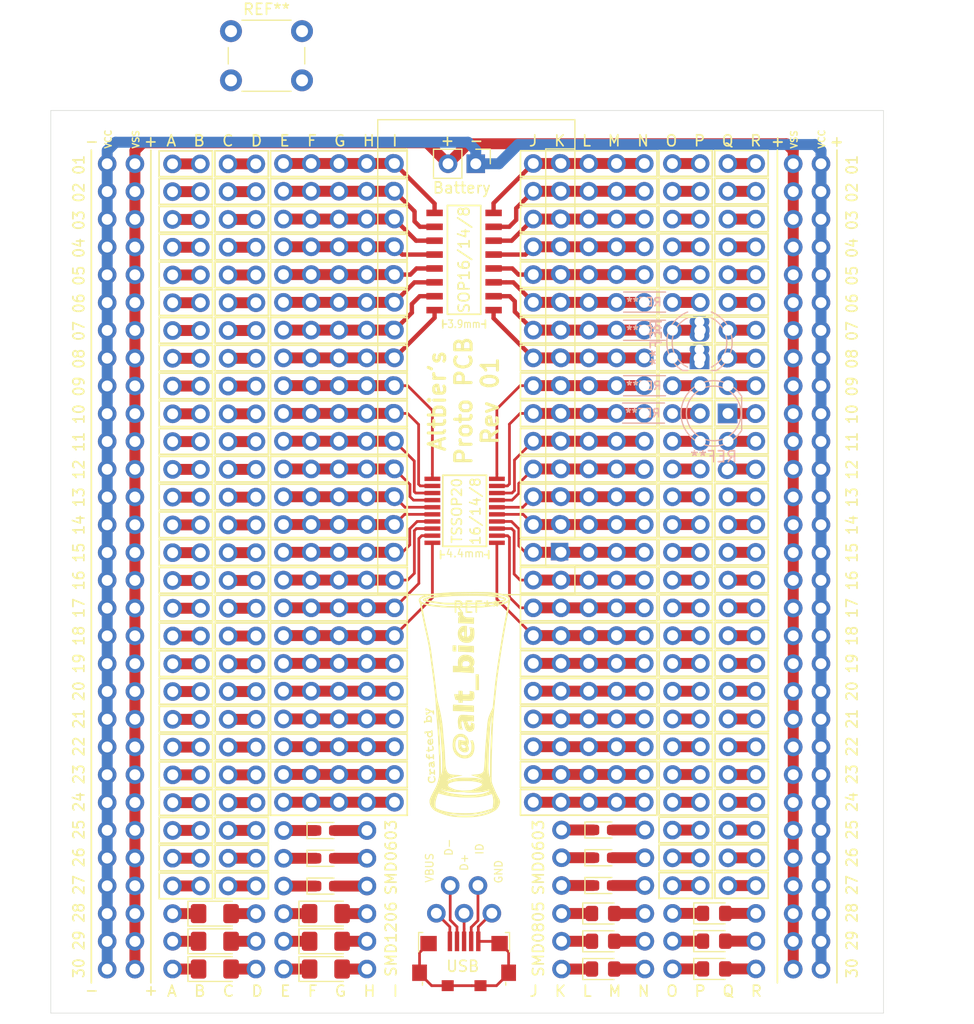
<source format=kicad_pcb>
(kicad_pcb (version 20171130) (host pcbnew "(5.1.0)-1")
  (layers (0 F.Cu signal) (31 B.Cu signal) (34 B.Paste user) (35 F.Paste user) (36 B.SilkS user) (37 F.SilkS user) (38 B.Mask user) (39 F.Mask user) (44 Edge.Cuts user))
  (net 0 "")
  (module 0_local:SW_PUSH_6mm (layer F.Cu) (at 119.79 43.19)
    (fp_text reference REF** (at 3.25 -2) (layer F.SilkS))
    (fp_text value SW_PUSH_6mm)
    (pad 2 thru_hole circle (at 0 4.5 90) (size 2 2) (drill 1.1) (layers *.Cu *.Mask))
    (pad 1 thru_hole circle (at 0 0 90) (size 2 2) (drill 1.1) (layers *.Cu *.Mask))
    (pad 2 thru_hole circle (at 6.5 4.5 90) (size 2 2) (drill 1.1) (layers *.Cu *.Mask))
    (pad 1 thru_hole circle (at 6.5 0 90) (size 2 2) (drill 1.1) (layers *.Cu *.Mask))
  )
  (module 0_local:Proto_Jumper_Wire_P2.54mm (layer F.Cu) (at 166.44 73.1)
    (fp_text reference REF**)
    (fp_text value Proto_Jumper_Wire_P2.54mm)
    (pad 1 thru_hole oval (at -1.27 0 90) (size 1.7 1.7) (drill 1) (layers *.Cu *.Mask))
    (pad 1 thru_hole oval (at -3.81 0 90) (size 1.7 1.7) (drill 1) (layers *.Cu *.Mask))
  )
  (module 0_local:Proto_Jumper_Wire_P10.16mm (layer F.Cu) (at 167.79 76.94 270)
    (fp_text reference REF**)
    (fp_text value Proto_Jumper_Wire_P10.16mm)
    (pad 1 thru_hole oval (at 6.35 0.02) (size 1.7 1.7) (drill 1) (layers *.Cu *.Mask))
    (pad 1 thru_hole oval (at -3.81 0) (size 1.7 1.7) (drill 1) (layers *.Cu *.Mask))
  )
  (module 0_local:Proto_Jumper_Wire_P2.54mm (layer F.Cu) (at 162.69 74.43 270)
    (fp_text reference REF**)
    (fp_text value Proto_Jumper_Wire_P2.54mm)
    (pad 1 thru_hole oval (at -1.27 0) (size 1.7 1.7) (drill 1) (layers *.Cu *.Mask))
    (pad 1 thru_hole oval (at -3.81 0) (size 1.7 1.7) (drill 1) (layers *.Cu *.Mask))
  )
  (module 0_local:Proto_Jumper_Wire_P7.62mm (layer F.Cu) (at 162.72 71.81 270)
    (fp_text reference REF**)
    (fp_text value Proto_Jumper_Wire_P7.62mm)
    (pad 1 thru_hole oval (at 3.81 0.02) (size 1.7 1.7) (drill 1) (layers *.Cu *.Mask))
    (pad 1 thru_hole oval (at -3.81 0) (size 1.7 1.7) (drill 1) (layers *.Cu *.Mask))
  )
  (module 0_local:LED_D5.0mm-4_RGB_backsilk (layer F.Cu) (at 162.66 73.57 90)
    (fp_text reference REF** (at 1.905 -3.96 90) (layer B.SilkS) (effects (justify mirror)))
    (fp_text value LED_D5.0mm-4_RGB_backsilk)
    (pad 1 thru_hole rect (at 0 0 90) (size 1.07 1.8) (drill 0.9) (layers *.Cu *.Mask))
    (pad 2 thru_hole oval (at 1.27 0 90) (size 1.07 1.8) (drill 0.9) (layers *.Cu *.Mask))
    (pad 3 thru_hole oval (at 2.54 0 90) (size 1.07 1.8) (drill 0.9) (layers *.Cu *.Mask))
    (pad 4 thru_hole oval (at 3.81 0 90) (size 1.07 1.8) (drill 0.9) (layers *.Cu *.Mask))
  )
  (module 0_local:R_Axial_DIN0204_L3.6mm_D1.6mm_P5.08mm_Horizontal (layer F.Cu) (at 155.1 67.97)
    (fp_text reference REF** (at 2.4765 0) (layer B.SilkS) (effects (font (size 0.75 0.75)) (justify mirror)))
    (fp_text value R_Axial_DIN0204_L3.6mm_D1.6mm_P5.08mm_Horizontal)
    (pad 1 thru_hole circle (at 0 0) (size 1.4 1.4) (drill 0.7) (layers *.Cu *.Mask))
    (pad 2 thru_hole oval (at 5.08 0) (size 1.4 1.4) (drill 0.7) (layers *.Cu *.Mask))
  )
  (module 0_local:R_Axial_DIN0204_L3.6mm_D1.6mm_P5.08mm_Horizontal (layer F.Cu) (at 155.09 70.55)
    (fp_text reference REF** (at 2.4765 0) (layer B.SilkS) (effects (font (size 0.75 0.75)) (justify mirror)))
    (fp_text value R_Axial_DIN0204_L3.6mm_D1.6mm_P5.08mm_Horizontal)
    (pad 1 thru_hole circle (at 0 0) (size 1.4 1.4) (drill 0.7) (layers *.Cu *.Mask))
    (pad 2 thru_hole oval (at 5.08 0) (size 1.4 1.4) (drill 0.7) (layers *.Cu *.Mask))
  )
  (module 0_local:R_Axial_DIN0204_L3.6mm_D1.6mm_P5.08mm_Horizontal (layer F.Cu) (at 155.09 75.62)
    (fp_text reference REF** (at 2.4765 0) (layer B.SilkS) (effects (font (size 0.75 0.75)) (justify mirror)))
    (fp_text value R_Axial_DIN0204_L3.6mm_D1.6mm_P5.08mm_Horizontal)
    (pad 1 thru_hole circle (at 0 0) (size 1.4 1.4) (drill 0.7) (layers *.Cu *.Mask))
    (pad 2 thru_hole oval (at 5.08 0) (size 1.4 1.4) (drill 0.7) (layers *.Cu *.Mask))
  )
  (module 0_local:Proto_Jumper_Wire_P7.62mm (layer F.Cu) (at 161.38 83.28)
    (fp_text reference REF**)
    (fp_text value Proto_Jumper_Wire_P7.62mm)
    (pad 1 thru_hole oval (at 3.81 0.02 90) (size 1.7 1.7) (drill 1) (layers *.Cu *.Mask))
    (pad 1 thru_hole oval (at -3.81 0 90) (size 1.7 1.7) (drill 1) (layers *.Cu *.Mask))
  )
  (module 0_local:Proto_Jumper_Wire_P5.08mm (layer F.Cu) (at 167.77 81.99 270)
    (fp_text reference REF**)
    (fp_text value Proto_Jumper_Wire_P5.08mm)
    (pad 1 thru_hole oval (at 1.27 0.02) (size 1.7 1.7) (drill 1) (layers *.Cu *.Mask))
    (pad 1 thru_hole oval (at -3.81 0) (size 1.7 1.7) (drill 1) (layers *.Cu *.Mask))
  )
  (module 0_local:LED_D5.0mm-2_backsilk (layer F.Cu) (at 165.23 78.15 180)
    (fp_text reference REF** (at 1.27 -3.96 180) (layer B.SilkS) (effects (justify mirror)))
    (fp_text value LED_D5.0mm-2_backsilk)
    (pad 1 thru_hole rect (at 0 0 180) (size 1.8 1.8) (drill 0.9) (layers *.Cu *.Mask))
    (pad 2 thru_hole circle (at 2.54 0 180) (size 1.8 1.8) (drill 0.9) (layers *.Cu *.Mask))
  )
  (module 0_local:R_Axial_DIN0204_L3.6mm_D1.6mm_P5.08mm_Horizontal (layer F.Cu) (at 155 78.12)
    (fp_text reference REF** (at 2.4765 0) (layer B.SilkS) (effects (font (size 0.75 0.75)) (justify mirror)))
    (fp_text value R_Axial_DIN0204_L3.6mm_D1.6mm_P5.08mm_Horizontal)
    (pad 2 thru_hole oval (at 5.08 0) (size 1.4 1.4) (drill 0.7) (layers *.Cu *.Mask))
    (pad 1 thru_hole circle (at 0 0) (size 1.4 1.4) (drill 0.7) (layers *.Cu *.Mask))
  )
  (module 0_local:Proto_USB_Micro-B_Jing (layer F.Cu) (at 141.12 128.54)
    (fp_text reference USB (at -1.725 0.175 unlocked) (layer F.SilkS) (effects (justify left)))
    (fp_text value Proto_USB_Micro-B_Jing)
    (pad 2 thru_hole circle (at -1.27 -7.21) (size 1.7 1.7) (drill 1) (layers *.Cu *.Mask))
    (pad 4 thru_hole circle (at 1.27 -7.21) (size 1.7 1.7) (drill 1) (layers *.Cu *.Mask))
    (pad 1 thru_hole circle (at -2.54 -4.67) (size 1.7 1.7) (drill 1) (layers *.Cu *.Mask))
    (pad 5 thru_hole circle (at 2.54 -4.67) (size 1.7 1.7) (drill 1) (layers *.Cu *.Mask))
    (pad 3 thru_hole circle (at 0 -4.67) (size 1.7 1.7) (drill 1) (layers *.Cu *.Mask))
    (pad 6 smd rect (at -3.25 -1.9) (size 1.5 1.4) (layers F.Cu F.Paste F.Mask))
    (pad 6 smd rect (at 3.25 -1.9) (size 1.5 1.4) (layers F.Cu F.Paste F.Mask))
    (pad 3 smd rect (at 0 -2.1) (size 0.4 1.8) (layers F.Cu F.Paste F.Mask))
    (pad 2 smd rect (at -0.65 -2.1) (size 0.4 1.8) (layers F.Cu F.Paste F.Mask))
    (pad 4 smd rect (at 0.65 -2.1) (size 0.4 1.8) (layers F.Cu F.Paste F.Mask))
    (pad 1 smd rect (at -1.3 -2.1) (size 0.4 1.8) (layers F.Cu F.Paste F.Mask))
    (pad 5 smd rect (at 1.3 -2.1) (size 0.4 1.8) (layers F.Cu F.Paste F.Mask))
    (pad "" np_thru_hole circle (at -2 -1.45) (size 0.5 0.5) (drill 0.5) (layers *.Cu *.Mask))
    (pad "" np_thru_hole circle (at 2 -1.45) (size 0.5 0.5) (drill 0.5) (layers *.Cu *.Mask))
    (pad 6 smd rect (at -4.075 0.77) (size 1.35 1.5) (layers F.Cu F.Paste F.Mask))
    (pad 6 smd rect (at 4.075 0.77) (size 1.35 1.5) (layers F.Cu F.Paste F.Mask))
    (pad 6 smd rect (at -1.5 1.95) (size 1.1 1) (layers F.Cu F.Paste F.Mask))
    (pad 6 smd rect (at 1.5 1.95) (size 1.1 1) (layers F.Cu F.Paste F.Mask))
  )
  (module 0_local:Proto_0805_Pads_1.15x1.40mm_HandSolder (layer F.Cu) (at 153.84 123.89)
    (fp_text reference REF**)
    (fp_text value Proto_0805_Pads_1.15x1.40mm_HandSolder)
    (pad 2 thru_hole circle (at 3.82 0) (size 1.7 1.7) (drill 1) (layers *.Cu *.Mask))
    (pad 1 thru_hole circle (at -3.8 0) (size 1.7 1.7) (drill 1) (layers *.Cu *.Mask))
    (pad 2 smd roundrect (at 1.025 0) (size 1.15 1.4) (layers F.Cu F.Paste F.Mask) (roundrect_rratio 0.217391))
    (pad 1 smd roundrect (at -1.025 0) (size 1.15 1.4) (layers F.Cu F.Paste F.Mask) (roundrect_rratio 0.217391))
  )
  (module 0_local:Proto_0805_Pads_1.15x1.40mm_HandSolder (layer F.Cu) (at 153.84 126.43)
    (fp_text reference REF**)
    (fp_text value Proto_0805_Pads_1.15x1.40mm_HandSolder)
    (pad 2 thru_hole circle (at 3.82 0) (size 1.7 1.7) (drill 1) (layers *.Cu *.Mask))
    (pad 1 thru_hole circle (at -3.8 0) (size 1.7 1.7) (drill 1) (layers *.Cu *.Mask))
    (pad 2 smd roundrect (at 1.025 0) (size 1.15 1.4) (layers F.Cu F.Paste F.Mask) (roundrect_rratio 0.217391))
    (pad 1 smd roundrect (at -1.025 0) (size 1.15 1.4) (layers F.Cu F.Paste F.Mask) (roundrect_rratio 0.217391))
  )
  (module 0_local:Proto_0805_Pads_1.15x1.40mm_HandSolder (layer F.Cu) (at 153.84 128.97)
    (fp_text reference REF**)
    (fp_text value Proto_0805_Pads_1.15x1.40mm_HandSolder)
    (pad 2 thru_hole circle (at 3.82 0) (size 1.7 1.7) (drill 1) (layers *.Cu *.Mask))
    (pad 1 thru_hole circle (at -3.8 0) (size 1.7 1.7) (drill 1) (layers *.Cu *.Mask))
    (pad 2 smd roundrect (at 1.025 0) (size 1.15 1.4) (layers F.Cu F.Paste F.Mask) (roundrect_rratio 0.217391))
    (pad 1 smd roundrect (at -1.025 0) (size 1.15 1.4) (layers F.Cu F.Paste F.Mask) (roundrect_rratio 0.217391))
  )
  (module 0_local:Proto_0805_Pads_1.15x1.40mm_HandSolder (layer F.Cu) (at 164 123.88)
    (fp_text reference REF**)
    (fp_text value Proto_0805_Pads_1.15x1.40mm_HandSolder)
    (pad 2 thru_hole circle (at 3.82 0) (size 1.7 1.7) (drill 1) (layers *.Cu *.Mask))
    (pad 1 thru_hole circle (at -3.8 0) (size 1.7 1.7) (drill 1) (layers *.Cu *.Mask))
    (pad 2 smd roundrect (at 1.025 0) (size 1.15 1.4) (layers F.Cu F.Paste F.Mask) (roundrect_rratio 0.217391))
    (pad 1 smd roundrect (at -1.025 0) (size 1.15 1.4) (layers F.Cu F.Paste F.Mask) (roundrect_rratio 0.217391))
  )
  (module 0_local:Proto_0805_Pads_1.15x1.40mm_HandSolder (layer F.Cu) (at 164 126.42)
    (fp_text reference REF**)
    (fp_text value Proto_0805_Pads_1.15x1.40mm_HandSolder)
    (pad 2 thru_hole circle (at 3.82 0) (size 1.7 1.7) (drill 1) (layers *.Cu *.Mask))
    (pad 1 thru_hole circle (at -3.8 0) (size 1.7 1.7) (drill 1) (layers *.Cu *.Mask))
    (pad 2 smd roundrect (at 1.025 0) (size 1.15 1.4) (layers F.Cu F.Paste F.Mask) (roundrect_rratio 0.217391))
    (pad 1 smd roundrect (at -1.025 0) (size 1.15 1.4) (layers F.Cu F.Paste F.Mask) (roundrect_rratio 0.217391))
  )
  (module 0_local:Proto_0805_Pads_1.15x1.40mm_HandSolder (layer F.Cu) (at 164 128.96)
    (fp_text reference REF**)
    (fp_text value Proto_0805_Pads_1.15x1.40mm_HandSolder)
    (pad 2 thru_hole circle (at 3.82 0) (size 1.7 1.7) (drill 1) (layers *.Cu *.Mask))
    (pad 1 thru_hole circle (at -3.8 0) (size 1.7 1.7) (drill 1) (layers *.Cu *.Mask))
    (pad 2 smd roundrect (at 1.025 0) (size 1.15 1.4) (layers F.Cu F.Paste F.Mask) (roundrect_rratio 0.217391))
    (pad 1 smd roundrect (at -1.025 0) (size 1.15 1.4) (layers F.Cu F.Paste F.Mask) (roundrect_rratio 0.217391))
  )
  (module 0_local:Proto_1206_Pads_1.42x1.75mm_HandSolder (layer F.Cu) (at 128.47 123.9)
    (fp_text reference REF**)
    (fp_text value Proto_1206_Pads_1.42x1.75mm_HandSolder)
    (pad 2 thru_hole circle (at 3.76 0) (size 1.7 1.7) (drill 1) (layers *.Cu *.Mask))
    (pad 1 thru_hole circle (at -3.86 0) (size 1.7 1.7) (drill 1) (layers *.Cu *.Mask))
    (pad 2 smd roundrect (at 1.4875 0) (size 1.425 1.75) (layers F.Cu F.Paste F.Mask) (roundrect_rratio 0.175439))
    (pad 1 smd roundrect (at -1.4875 0) (size 1.425 1.75) (layers F.Cu F.Paste F.Mask) (roundrect_rratio 0.175439))
  )
  (module 0_local:Proto_1206_Pads_1.42x1.75mm_HandSolder (layer F.Cu) (at 128.47 126.43)
    (fp_text reference REF**)
    (fp_text value Proto_1206_Pads_1.42x1.75mm_HandSolder)
    (pad 2 thru_hole circle (at 3.76 0) (size 1.7 1.7) (drill 1) (layers *.Cu *.Mask))
    (pad 1 thru_hole circle (at -3.86 0) (size 1.7 1.7) (drill 1) (layers *.Cu *.Mask))
    (pad 2 smd roundrect (at 1.4875 0) (size 1.425 1.75) (layers F.Cu F.Paste F.Mask) (roundrect_rratio 0.175439))
    (pad 1 smd roundrect (at -1.4875 0) (size 1.425 1.75) (layers F.Cu F.Paste F.Mask) (roundrect_rratio 0.175439))
  )
  (module 0_local:Proto_1206_Pads_1.42x1.75mm_HandSolder (layer F.Cu) (at 128.47 128.97)
    (fp_text reference REF**)
    (fp_text value Proto_1206_Pads_1.42x1.75mm_HandSolder)
    (pad 2 thru_hole circle (at 3.76 0) (size 1.7 1.7) (drill 1) (layers *.Cu *.Mask))
    (pad 1 thru_hole circle (at -3.86 0) (size 1.7 1.7) (drill 1) (layers *.Cu *.Mask))
    (pad 2 smd roundrect (at 1.4875 0) (size 1.425 1.75) (layers F.Cu F.Paste F.Mask) (roundrect_rratio 0.175439))
    (pad 1 smd roundrect (at -1.4875 0) (size 1.425 1.75) (layers F.Cu F.Paste F.Mask) (roundrect_rratio 0.175439))
  )
  (module 0_local:Proto_1206_Pads_1.42x1.75mm_HandSolder (layer F.Cu) (at 118.31 128.97)
    (fp_text reference REF**)
    (fp_text value Proto_1206_Pads_1.42x1.75mm_HandSolder)
    (pad 2 thru_hole circle (at 3.76 0) (size 1.7 1.7) (drill 1) (layers *.Cu *.Mask))
    (pad 1 thru_hole circle (at -3.86 0) (size 1.7 1.7) (drill 1) (layers *.Cu *.Mask))
    (pad 2 smd roundrect (at 1.4875 0) (size 1.425 1.75) (layers F.Cu F.Paste F.Mask) (roundrect_rratio 0.175439))
    (pad 1 smd roundrect (at -1.4875 0) (size 1.425 1.75) (layers F.Cu F.Paste F.Mask) (roundrect_rratio 0.175439))
  )
  (module 0_local:Proto_1206_Pads_1.42x1.75mm_HandSolder (layer F.Cu) (at 118.31 126.43)
    (fp_text reference REF**)
    (fp_text value Proto_1206_Pads_1.42x1.75mm_HandSolder)
    (pad 2 thru_hole circle (at 3.76 0) (size 1.7 1.7) (drill 1) (layers *.Cu *.Mask))
    (pad 1 thru_hole circle (at -3.86 0) (size 1.7 1.7) (drill 1) (layers *.Cu *.Mask))
    (pad 2 smd roundrect (at 1.4875 0) (size 1.425 1.75) (layers F.Cu F.Paste F.Mask) (roundrect_rratio 0.175439))
    (pad 1 smd roundrect (at -1.4875 0) (size 1.425 1.75) (layers F.Cu F.Paste F.Mask) (roundrect_rratio 0.175439))
  )
  (module 0_local:Proto_1206_Pads_1.42x1.75mm_HandSolder (layer F.Cu) (at 118.31 123.9)
    (fp_text reference REF**)
    (fp_text value Proto_1206_Pads_1.42x1.75mm_HandSolder)
    (pad 2 thru_hole circle (at 3.76 0) (size 1.7 1.7) (drill 1) (layers *.Cu *.Mask))
    (pad 1 thru_hole circle (at -3.86 0) (size 1.7 1.7) (drill 1) (layers *.Cu *.Mask))
    (pad 2 smd roundrect (at 1.4875 0) (size 1.425 1.75) (layers F.Cu F.Paste F.Mask) (roundrect_rratio 0.175439))
    (pad 1 smd roundrect (at -1.4875 0) (size 1.425 1.75) (layers F.Cu F.Paste F.Mask) (roundrect_rratio 0.175439))
  )
  (module 0_local:Proto_0603_Pads_1.05x0.95mm_HandSolder (layer F.Cu) (at 153.84 116.25)
    (fp_text reference REF**)
    (fp_text value Proto_0603_Pads_1.05x0.95mm_HandSolder)
    (pad 2 thru_hole circle (at 3.82 0) (size 1.7 1.7) (drill 1) (layers *.Cu *.Mask))
    (pad 1 thru_hole circle (at -3.8 0) (size 1.7 1.7) (drill 1) (layers *.Cu *.Mask))
    (pad 2 smd roundrect (at 0.875 0) (size 1.05 0.95) (layers F.Cu F.Paste F.Mask))
    (pad 1 smd roundrect (at -0.875 0) (size 1.05 0.95) (layers F.Cu F.Paste F.Mask))
  )
  (module 0_local:Proto_0603_Pads_1.05x0.95mm_HandSolder (layer F.Cu) (at 128.41 116.3)
    (fp_text reference REF**)
    (fp_text value Proto_0603_Pads_1.05x0.95mm_HandSolder)
    (pad 2 thru_hole circle (at 3.82 0) (size 1.7 1.7) (drill 1) (layers *.Cu *.Mask))
    (pad 1 thru_hole circle (at -3.8 0) (size 1.7 1.7) (drill 1) (layers *.Cu *.Mask))
    (pad 2 smd roundrect (at 0.875 0) (size 1.05 0.95) (layers F.Cu F.Paste F.Mask))
    (pad 1 smd roundrect (at -0.875 0) (size 1.05 0.95) (layers F.Cu F.Paste F.Mask))
  )
  (module 0_local:Proto_0603_Pads_1.05x0.95mm_HandSolder (layer F.Cu) (at 128.41 121.38)
    (fp_text reference REF**)
    (fp_text value Proto_0603_Pads_1.05x0.95mm_HandSolder)
    (pad 2 thru_hole circle (at 3.82 0) (size 1.7 1.7) (drill 1) (layers *.Cu *.Mask))
    (pad 1 thru_hole circle (at -3.8 0) (size 1.7 1.7) (drill 1) (layers *.Cu *.Mask))
    (pad 2 smd roundrect (at 0.875 0) (size 1.05 0.95) (layers F.Cu F.Paste F.Mask))
    (pad 1 smd roundrect (at -0.875 0) (size 1.05 0.95) (layers F.Cu F.Paste F.Mask))
  )
  (module 0_local:Proto_0603_Pads_1.05x0.95mm_HandSolder (layer F.Cu) (at 128.41 118.84)
    (fp_text reference REF**)
    (fp_text value Proto_0603_Pads_1.05x0.95mm_HandSolder)
    (pad 2 thru_hole circle (at 3.82 0) (size 1.7 1.7) (drill 1) (layers *.Cu *.Mask))
    (pad 1 thru_hole circle (at -3.8 0) (size 1.7 1.7) (drill 1) (layers *.Cu *.Mask))
    (pad 2 smd roundrect (at 0.875 0) (size 1.05 0.95) (layers F.Cu F.Paste F.Mask))
    (pad 1 smd roundrect (at -0.875 0) (size 1.05 0.95) (layers F.Cu F.Paste F.Mask))
  )
  (module 0_local:Proto_0603_Pads_1.05x0.95mm_HandSolder (layer F.Cu) (at 153.84 118.79)
    (fp_text reference REF**)
    (fp_text value Proto_0603_Pads_1.05x0.95mm_HandSolder)
    (pad 2 thru_hole circle (at 3.82 0) (size 1.7 1.7) (drill 1) (layers *.Cu *.Mask))
    (pad 1 thru_hole circle (at -3.8 0) (size 1.7 1.7) (drill 1) (layers *.Cu *.Mask))
    (pad 2 smd roundrect (at 0.875 0) (size 1.05 0.95) (layers F.Cu F.Paste F.Mask))
    (pad 1 smd roundrect (at -0.875 0) (size 1.05 0.95) (layers F.Cu F.Paste F.Mask))
  )
  (module 0_local:Proto_0603_Pads_1.05x0.95mm_HandSolder (layer F.Cu) (at 153.84 121.33)
    (fp_text reference REF**)
    (fp_text value Proto_0603_Pads_1.05x0.95mm_HandSolder)
    (pad 2 thru_hole circle (at 3.82 0) (size 1.7 1.7) (drill 1) (layers *.Cu *.Mask))
    (pad 1 thru_hole circle (at -3.8 0) (size 1.7 1.7) (drill 1) (layers *.Cu *.Mask))
    (pad 2 smd roundrect (at 0.875 0) (size 1.05 0.95) (layers F.Cu F.Paste F.Mask))
    (pad 1 smd roundrect (at -0.875 0) (size 1.05 0.95) (layers F.Cu F.Paste F.Mask))
  )
  (module 0_local:Proto_A_Pins_P2.54mm (layer F.Cu) (at 139.8 68)
    (fp_text reference REF**)
    (fp_text value Proto_A_Pins_P2.54mm hide)
    (pad 2 thru_hole oval (at 17.81 -0.005 90) (size 1.7 1.7) (drill 1) (layers *.Cu *.Mask))
    (pad 2 thru_hole oval (at 15.27 -0.005 90) (size 1.7 1.7) (drill 1) (layers *.Cu *.Mask))
    (pad 2 thru_hole oval (at 12.73 -0.005 90) (size 1.7 1.7) (drill 1) (layers *.Cu *.Mask))
    (pad 2 thru_hole oval (at 10.19 -0.005 90) (size 1.7 1.7) (drill 1) (layers *.Cu *.Mask))
    (pad 2 thru_hole oval (at 7.65 -0.005 90) (size 1.7 1.7) (drill 1) (layers *.Cu *.Mask))
    (pad 1 thru_hole oval (at -5.05 -0.005 90) (size 1.7 1.7) (drill 1) (layers *.Cu *.Mask))
    (pad 1 thru_hole oval (at -7.59 -0.005 90) (size 1.7 1.7) (drill 1) (layers *.Cu *.Mask))
    (pad 1 thru_hole oval (at -10.13 -0.005 90) (size 1.7 1.7) (drill 1) (layers *.Cu *.Mask))
    (pad 1 thru_hole oval (at -12.67 -0.005 90) (size 1.7 1.7) (drill 1) (layers *.Cu *.Mask))
    (pad 1 thru_hole oval (at -15.21 -0.005 90) (size 1.7 1.7) (drill 1) (layers *.Cu *.Mask))
  )
  (module 0_local:Proto_A_Pins_P2.54mm (layer F.Cu) (at 139.8 95.94)
    (fp_text reference REF**)
    (fp_text value Proto_A_Pins_P2.54mm hide)
    (pad 2 thru_hole oval (at 17.81 -0.005 90) (size 1.7 1.7) (drill 1) (layers *.Cu *.Mask))
    (pad 2 thru_hole oval (at 15.27 -0.005 90) (size 1.7 1.7) (drill 1) (layers *.Cu *.Mask))
    (pad 2 thru_hole oval (at 12.73 -0.005 90) (size 1.7 1.7) (drill 1) (layers *.Cu *.Mask))
    (pad 2 thru_hole oval (at 10.19 -0.005 90) (size 1.7 1.7) (drill 1) (layers *.Cu *.Mask))
    (pad 2 thru_hole oval (at 7.65 -0.005 90) (size 1.7 1.7) (drill 1) (layers *.Cu *.Mask))
    (pad 1 thru_hole oval (at -5.05 -0.005 90) (size 1.7 1.7) (drill 1) (layers *.Cu *.Mask))
    (pad 1 thru_hole oval (at -7.59 -0.005 90) (size 1.7 1.7) (drill 1) (layers *.Cu *.Mask))
    (pad 1 thru_hole oval (at -10.13 -0.005 90) (size 1.7 1.7) (drill 1) (layers *.Cu *.Mask))
    (pad 1 thru_hole oval (at -12.67 -0.005 90) (size 1.7 1.7) (drill 1) (layers *.Cu *.Mask))
    (pad 1 thru_hole oval (at -15.21 -0.005 90) (size 1.7 1.7) (drill 1) (layers *.Cu *.Mask))
  )
  (module 0_local:Proto_A_Pins_P2.54mm (layer F.Cu) (at 139.8 106.1)
    (fp_text reference REF**)
    (fp_text value Proto_A_Pins_P2.54mm hide)
    (pad 2 thru_hole oval (at 17.81 -0.005 90) (size 1.7 1.7) (drill 1) (layers *.Cu *.Mask))
    (pad 2 thru_hole oval (at 15.27 -0.005 90) (size 1.7 1.7) (drill 1) (layers *.Cu *.Mask))
    (pad 2 thru_hole oval (at 12.73 -0.005 90) (size 1.7 1.7) (drill 1) (layers *.Cu *.Mask))
    (pad 2 thru_hole oval (at 10.19 -0.005 90) (size 1.7 1.7) (drill 1) (layers *.Cu *.Mask))
    (pad 2 thru_hole oval (at 7.65 -0.005 90) (size 1.7 1.7) (drill 1) (layers *.Cu *.Mask))
    (pad 1 thru_hole oval (at -5.05 -0.005 90) (size 1.7 1.7) (drill 1) (layers *.Cu *.Mask))
    (pad 1 thru_hole oval (at -7.59 -0.005 90) (size 1.7 1.7) (drill 1) (layers *.Cu *.Mask))
    (pad 1 thru_hole oval (at -10.13 -0.005 90) (size 1.7 1.7) (drill 1) (layers *.Cu *.Mask))
    (pad 1 thru_hole oval (at -12.67 -0.005 90) (size 1.7 1.7) (drill 1) (layers *.Cu *.Mask))
    (pad 1 thru_hole oval (at -15.21 -0.005 90) (size 1.7 1.7) (drill 1) (layers *.Cu *.Mask))
  )
  (module 0_local:Proto_A_Pins_P2.54mm (layer F.Cu) (at 139.8 113.72)
    (fp_text reference REF**)
    (fp_text value Proto_A_Pins_P2.54mm hide)
    (pad 2 thru_hole oval (at 17.81 -0.005 90) (size 1.7 1.7) (drill 1) (layers *.Cu *.Mask))
    (pad 2 thru_hole oval (at 15.27 -0.005 90) (size 1.7 1.7) (drill 1) (layers *.Cu *.Mask))
    (pad 2 thru_hole oval (at 12.73 -0.005 90) (size 1.7 1.7) (drill 1) (layers *.Cu *.Mask))
    (pad 2 thru_hole oval (at 10.19 -0.005 90) (size 1.7 1.7) (drill 1) (layers *.Cu *.Mask))
    (pad 2 thru_hole oval (at 7.65 -0.005 90) (size 1.7 1.7) (drill 1) (layers *.Cu *.Mask))
    (pad 1 thru_hole oval (at -5.05 -0.005 90) (size 1.7 1.7) (drill 1) (layers *.Cu *.Mask))
    (pad 1 thru_hole oval (at -7.59 -0.005 90) (size 1.7 1.7) (drill 1) (layers *.Cu *.Mask))
    (pad 1 thru_hole oval (at -10.13 -0.005 90) (size 1.7 1.7) (drill 1) (layers *.Cu *.Mask))
    (pad 1 thru_hole oval (at -12.67 -0.005 90) (size 1.7 1.7) (drill 1) (layers *.Cu *.Mask))
    (pad 1 thru_hole oval (at -15.21 -0.005 90) (size 1.7 1.7) (drill 1) (layers *.Cu *.Mask))
  )
  (module 0_local:Proto_A_Pins_P2.54mm (layer F.Cu) (at 139.8 111.18)
    (fp_text reference REF**)
    (fp_text value Proto_A_Pins_P2.54mm hide)
    (pad 2 thru_hole oval (at 17.81 -0.005 90) (size 1.7 1.7) (drill 1) (layers *.Cu *.Mask))
    (pad 2 thru_hole oval (at 15.27 -0.005 90) (size 1.7 1.7) (drill 1) (layers *.Cu *.Mask))
    (pad 2 thru_hole oval (at 12.73 -0.005 90) (size 1.7 1.7) (drill 1) (layers *.Cu *.Mask))
    (pad 2 thru_hole oval (at 10.19 -0.005 90) (size 1.7 1.7) (drill 1) (layers *.Cu *.Mask))
    (pad 2 thru_hole oval (at 7.65 -0.005 90) (size 1.7 1.7) (drill 1) (layers *.Cu *.Mask))
    (pad 1 thru_hole oval (at -5.05 -0.005 90) (size 1.7 1.7) (drill 1) (layers *.Cu *.Mask))
    (pad 1 thru_hole oval (at -7.59 -0.005 90) (size 1.7 1.7) (drill 1) (layers *.Cu *.Mask))
    (pad 1 thru_hole oval (at -10.13 -0.005 90) (size 1.7 1.7) (drill 1) (layers *.Cu *.Mask))
    (pad 1 thru_hole oval (at -12.67 -0.005 90) (size 1.7 1.7) (drill 1) (layers *.Cu *.Mask))
    (pad 1 thru_hole oval (at -15.21 -0.005 90) (size 1.7 1.7) (drill 1) (layers *.Cu *.Mask))
  )
  (module 0_local:Proto_A_Pins_P2.54mm (layer F.Cu) (at 139.8 108.64)
    (fp_text reference REF**)
    (fp_text value Proto_A_Pins_P2.54mm hide)
    (pad 2 thru_hole oval (at 17.81 -0.005 90) (size 1.7 1.7) (drill 1) (layers *.Cu *.Mask))
    (pad 2 thru_hole oval (at 15.27 -0.005 90) (size 1.7 1.7) (drill 1) (layers *.Cu *.Mask))
    (pad 2 thru_hole oval (at 12.73 -0.005 90) (size 1.7 1.7) (drill 1) (layers *.Cu *.Mask))
    (pad 2 thru_hole oval (at 10.19 -0.005 90) (size 1.7 1.7) (drill 1) (layers *.Cu *.Mask))
    (pad 2 thru_hole oval (at 7.65 -0.005 90) (size 1.7 1.7) (drill 1) (layers *.Cu *.Mask))
    (pad 1 thru_hole oval (at -5.05 -0.005 90) (size 1.7 1.7) (drill 1) (layers *.Cu *.Mask))
    (pad 1 thru_hole oval (at -7.59 -0.005 90) (size 1.7 1.7) (drill 1) (layers *.Cu *.Mask))
    (pad 1 thru_hole oval (at -10.13 -0.005 90) (size 1.7 1.7) (drill 1) (layers *.Cu *.Mask))
    (pad 1 thru_hole oval (at -12.67 -0.005 90) (size 1.7 1.7) (drill 1) (layers *.Cu *.Mask))
    (pad 1 thru_hole oval (at -15.21 -0.005 90) (size 1.7 1.7) (drill 1) (layers *.Cu *.Mask))
  )
  (module 0_local:Proto_A_Pins_P2.54mm (layer F.Cu) (at 139.8 98.48)
    (fp_text reference REF**)
    (fp_text value Proto_A_Pins_P2.54mm hide)
    (pad 2 thru_hole oval (at 17.81 -0.005 90) (size 1.7 1.7) (drill 1) (layers *.Cu *.Mask))
    (pad 2 thru_hole oval (at 15.27 -0.005 90) (size 1.7 1.7) (drill 1) (layers *.Cu *.Mask))
    (pad 2 thru_hole oval (at 12.73 -0.005 90) (size 1.7 1.7) (drill 1) (layers *.Cu *.Mask))
    (pad 2 thru_hole oval (at 10.19 -0.005 90) (size 1.7 1.7) (drill 1) (layers *.Cu *.Mask))
    (pad 2 thru_hole oval (at 7.65 -0.005 90) (size 1.7 1.7) (drill 1) (layers *.Cu *.Mask))
    (pad 1 thru_hole oval (at -5.05 -0.005 90) (size 1.7 1.7) (drill 1) (layers *.Cu *.Mask))
    (pad 1 thru_hole oval (at -7.59 -0.005 90) (size 1.7 1.7) (drill 1) (layers *.Cu *.Mask))
    (pad 1 thru_hole oval (at -10.13 -0.005 90) (size 1.7 1.7) (drill 1) (layers *.Cu *.Mask))
    (pad 1 thru_hole oval (at -12.67 -0.005 90) (size 1.7 1.7) (drill 1) (layers *.Cu *.Mask))
    (pad 1 thru_hole oval (at -15.21 -0.005 90) (size 1.7 1.7) (drill 1) (layers *.Cu *.Mask))
  )
  (module 0_local:Proto_A_Pins_P2.54mm (layer F.Cu) (at 139.8 103.56)
    (fp_text reference REF**)
    (fp_text value Proto_A_Pins_P2.54mm hide)
    (pad 2 thru_hole oval (at 17.81 -0.005 90) (size 1.7 1.7) (drill 1) (layers *.Cu *.Mask))
    (pad 2 thru_hole oval (at 15.27 -0.005 90) (size 1.7 1.7) (drill 1) (layers *.Cu *.Mask))
    (pad 2 thru_hole oval (at 12.73 -0.005 90) (size 1.7 1.7) (drill 1) (layers *.Cu *.Mask))
    (pad 2 thru_hole oval (at 10.19 -0.005 90) (size 1.7 1.7) (drill 1) (layers *.Cu *.Mask))
    (pad 2 thru_hole oval (at 7.65 -0.005 90) (size 1.7 1.7) (drill 1) (layers *.Cu *.Mask))
    (pad 1 thru_hole oval (at -5.05 -0.005 90) (size 1.7 1.7) (drill 1) (layers *.Cu *.Mask))
    (pad 1 thru_hole oval (at -7.59 -0.005 90) (size 1.7 1.7) (drill 1) (layers *.Cu *.Mask))
    (pad 1 thru_hole oval (at -10.13 -0.005 90) (size 1.7 1.7) (drill 1) (layers *.Cu *.Mask))
    (pad 1 thru_hole oval (at -12.67 -0.005 90) (size 1.7 1.7) (drill 1) (layers *.Cu *.Mask))
    (pad 1 thru_hole oval (at -15.21 -0.005 90) (size 1.7 1.7) (drill 1) (layers *.Cu *.Mask))
  )
  (module 0_local:Proto_A_Pins_P2.54mm (layer F.Cu) (at 139.8 101.02)
    (fp_text reference REF**)
    (fp_text value Proto_A_Pins_P2.54mm hide)
    (pad 2 thru_hole oval (at 17.81 -0.005 90) (size 1.7 1.7) (drill 1) (layers *.Cu *.Mask))
    (pad 2 thru_hole oval (at 15.27 -0.005 90) (size 1.7 1.7) (drill 1) (layers *.Cu *.Mask))
    (pad 2 thru_hole oval (at 12.73 -0.005 90) (size 1.7 1.7) (drill 1) (layers *.Cu *.Mask))
    (pad 2 thru_hole oval (at 10.19 -0.005 90) (size 1.7 1.7) (drill 1) (layers *.Cu *.Mask))
    (pad 2 thru_hole oval (at 7.65 -0.005 90) (size 1.7 1.7) (drill 1) (layers *.Cu *.Mask))
    (pad 1 thru_hole oval (at -5.05 -0.005 90) (size 1.7 1.7) (drill 1) (layers *.Cu *.Mask))
    (pad 1 thru_hole oval (at -7.59 -0.005 90) (size 1.7 1.7) (drill 1) (layers *.Cu *.Mask))
    (pad 1 thru_hole oval (at -10.13 -0.005 90) (size 1.7 1.7) (drill 1) (layers *.Cu *.Mask))
    (pad 1 thru_hole oval (at -12.67 -0.005 90) (size 1.7 1.7) (drill 1) (layers *.Cu *.Mask))
    (pad 1 thru_hole oval (at -15.21 -0.005 90) (size 1.7 1.7) (drill 1) (layers *.Cu *.Mask))
  )
  (module 0_local:Proto_A_Pins_P2.54mm (layer F.Cu) (at 139.8 75.62)
    (fp_text reference REF**)
    (fp_text value Proto_A_Pins_P2.54mm hide)
    (pad 2 thru_hole oval (at 17.81 -0.005 90) (size 1.7 1.7) (drill 1) (layers *.Cu *.Mask))
    (pad 2 thru_hole oval (at 15.27 -0.005 90) (size 1.7 1.7) (drill 1) (layers *.Cu *.Mask))
    (pad 2 thru_hole oval (at 12.73 -0.005 90) (size 1.7 1.7) (drill 1) (layers *.Cu *.Mask))
    (pad 2 thru_hole oval (at 10.19 -0.005 90) (size 1.7 1.7) (drill 1) (layers *.Cu *.Mask))
    (pad 2 thru_hole oval (at 7.65 -0.005 90) (size 1.7 1.7) (drill 1) (layers *.Cu *.Mask))
    (pad 1 thru_hole oval (at -5.05 -0.005 90) (size 1.7 1.7) (drill 1) (layers *.Cu *.Mask))
    (pad 1 thru_hole oval (at -7.59 -0.005 90) (size 1.7 1.7) (drill 1) (layers *.Cu *.Mask))
    (pad 1 thru_hole oval (at -10.13 -0.005 90) (size 1.7 1.7) (drill 1) (layers *.Cu *.Mask))
    (pad 1 thru_hole oval (at -12.67 -0.005 90) (size 1.7 1.7) (drill 1) (layers *.Cu *.Mask))
    (pad 1 thru_hole oval (at -15.21 -0.005 90) (size 1.7 1.7) (drill 1) (layers *.Cu *.Mask))
  )
  (module 0_local:Proto_A_Pins_P2.54mm (layer F.Cu) (at 139.8 85.78)
    (fp_text reference REF**)
    (fp_text value Proto_A_Pins_P2.54mm hide)
    (pad 2 thru_hole oval (at 17.81 -0.005 90) (size 1.7 1.7) (drill 1) (layers *.Cu *.Mask))
    (pad 2 thru_hole oval (at 15.27 -0.005 90) (size 1.7 1.7) (drill 1) (layers *.Cu *.Mask))
    (pad 2 thru_hole oval (at 12.73 -0.005 90) (size 1.7 1.7) (drill 1) (layers *.Cu *.Mask))
    (pad 2 thru_hole oval (at 10.19 -0.005 90) (size 1.7 1.7) (drill 1) (layers *.Cu *.Mask))
    (pad 2 thru_hole oval (at 7.65 -0.005 90) (size 1.7 1.7) (drill 1) (layers *.Cu *.Mask))
    (pad 1 thru_hole oval (at -5.05 -0.005 90) (size 1.7 1.7) (drill 1) (layers *.Cu *.Mask))
    (pad 1 thru_hole oval (at -7.59 -0.005 90) (size 1.7 1.7) (drill 1) (layers *.Cu *.Mask))
    (pad 1 thru_hole oval (at -10.13 -0.005 90) (size 1.7 1.7) (drill 1) (layers *.Cu *.Mask))
    (pad 1 thru_hole oval (at -12.67 -0.005 90) (size 1.7 1.7) (drill 1) (layers *.Cu *.Mask))
    (pad 1 thru_hole oval (at -15.21 -0.005 90) (size 1.7 1.7) (drill 1) (layers *.Cu *.Mask))
  )
  (module 0_local:Proto_A_Pins_P2.54mm (layer F.Cu) (at 139.8 93.4)
    (fp_text reference REF**)
    (fp_text value Proto_A_Pins_P2.54mm hide)
    (pad 2 thru_hole oval (at 17.81 -0.005 90) (size 1.7 1.7) (drill 1) (layers *.Cu *.Mask))
    (pad 2 thru_hole oval (at 15.27 -0.005 90) (size 1.7 1.7) (drill 1) (layers *.Cu *.Mask))
    (pad 2 thru_hole oval (at 12.73 -0.005 90) (size 1.7 1.7) (drill 1) (layers *.Cu *.Mask))
    (pad 2 thru_hole oval (at 10.19 -0.005 90) (size 1.7 1.7) (drill 1) (layers *.Cu *.Mask))
    (pad 2 thru_hole oval (at 7.65 -0.005 90) (size 1.7 1.7) (drill 1) (layers *.Cu *.Mask))
    (pad 1 thru_hole oval (at -5.05 -0.005 90) (size 1.7 1.7) (drill 1) (layers *.Cu *.Mask))
    (pad 1 thru_hole oval (at -7.59 -0.005 90) (size 1.7 1.7) (drill 1) (layers *.Cu *.Mask))
    (pad 1 thru_hole oval (at -10.13 -0.005 90) (size 1.7 1.7) (drill 1) (layers *.Cu *.Mask))
    (pad 1 thru_hole oval (at -12.67 -0.005 90) (size 1.7 1.7) (drill 1) (layers *.Cu *.Mask))
    (pad 1 thru_hole oval (at -15.21 -0.005 90) (size 1.7 1.7) (drill 1) (layers *.Cu *.Mask))
  )
  (module 0_local:Proto_A_Pins_P2.54mm (layer F.Cu) (at 139.8 90.86)
    (fp_text reference REF**)
    (fp_text value Proto_A_Pins_P2.54mm hide)
    (pad 2 thru_hole oval (at 17.81 -0.005 90) (size 1.7 1.7) (drill 1) (layers *.Cu *.Mask))
    (pad 2 thru_hole oval (at 15.27 -0.005 90) (size 1.7 1.7) (drill 1) (layers *.Cu *.Mask))
    (pad 2 thru_hole oval (at 12.73 -0.005 90) (size 1.7 1.7) (drill 1) (layers *.Cu *.Mask))
    (pad 2 thru_hole oval (at 10.19 -0.005 90) (size 1.7 1.7) (drill 1) (layers *.Cu *.Mask))
    (pad 2 thru_hole oval (at 7.65 -0.005 90) (size 1.7 1.7) (drill 1) (layers *.Cu *.Mask))
    (pad 1 thru_hole oval (at -5.05 -0.005 90) (size 1.7 1.7) (drill 1) (layers *.Cu *.Mask))
    (pad 1 thru_hole oval (at -7.59 -0.005 90) (size 1.7 1.7) (drill 1) (layers *.Cu *.Mask))
    (pad 1 thru_hole oval (at -10.13 -0.005 90) (size 1.7 1.7) (drill 1) (layers *.Cu *.Mask))
    (pad 1 thru_hole oval (at -12.67 -0.005 90) (size 1.7 1.7) (drill 1) (layers *.Cu *.Mask))
    (pad 1 thru_hole oval (at -15.21 -0.005 90) (size 1.7 1.7) (drill 1) (layers *.Cu *.Mask))
  )
  (module 0_local:Proto_A_Pins_P2.54mm (layer F.Cu) (at 139.8 88.32)
    (fp_text reference REF**)
    (fp_text value Proto_A_Pins_P2.54mm hide)
    (pad 2 thru_hole oval (at 17.81 -0.005 90) (size 1.7 1.7) (drill 1) (layers *.Cu *.Mask))
    (pad 2 thru_hole oval (at 15.27 -0.005 90) (size 1.7 1.7) (drill 1) (layers *.Cu *.Mask))
    (pad 2 thru_hole oval (at 12.73 -0.005 90) (size 1.7 1.7) (drill 1) (layers *.Cu *.Mask))
    (pad 2 thru_hole oval (at 10.19 -0.005 90) (size 1.7 1.7) (drill 1) (layers *.Cu *.Mask))
    (pad 2 thru_hole oval (at 7.65 -0.005 90) (size 1.7 1.7) (drill 1) (layers *.Cu *.Mask))
    (pad 1 thru_hole oval (at -5.05 -0.005 90) (size 1.7 1.7) (drill 1) (layers *.Cu *.Mask))
    (pad 1 thru_hole oval (at -7.59 -0.005 90) (size 1.7 1.7) (drill 1) (layers *.Cu *.Mask))
    (pad 1 thru_hole oval (at -10.13 -0.005 90) (size 1.7 1.7) (drill 1) (layers *.Cu *.Mask))
    (pad 1 thru_hole oval (at -12.67 -0.005 90) (size 1.7 1.7) (drill 1) (layers *.Cu *.Mask))
    (pad 1 thru_hole oval (at -15.21 -0.005 90) (size 1.7 1.7) (drill 1) (layers *.Cu *.Mask))
  )
  (module 0_local:Proto_A_Pins_P2.54mm (layer F.Cu) (at 139.8 78.16)
    (fp_text reference REF**)
    (fp_text value Proto_A_Pins_P2.54mm hide)
    (pad 2 thru_hole oval (at 17.81 -0.005 90) (size 1.7 1.7) (drill 1) (layers *.Cu *.Mask))
    (pad 2 thru_hole oval (at 15.27 -0.005 90) (size 1.7 1.7) (drill 1) (layers *.Cu *.Mask))
    (pad 2 thru_hole oval (at 12.73 -0.005 90) (size 1.7 1.7) (drill 1) (layers *.Cu *.Mask))
    (pad 2 thru_hole oval (at 10.19 -0.005 90) (size 1.7 1.7) (drill 1) (layers *.Cu *.Mask))
    (pad 2 thru_hole oval (at 7.65 -0.005 90) (size 1.7 1.7) (drill 1) (layers *.Cu *.Mask))
    (pad 1 thru_hole oval (at -5.05 -0.005 90) (size 1.7 1.7) (drill 1) (layers *.Cu *.Mask))
    (pad 1 thru_hole oval (at -7.59 -0.005 90) (size 1.7 1.7) (drill 1) (layers *.Cu *.Mask))
    (pad 1 thru_hole oval (at -10.13 -0.005 90) (size 1.7 1.7) (drill 1) (layers *.Cu *.Mask))
    (pad 1 thru_hole oval (at -12.67 -0.005 90) (size 1.7 1.7) (drill 1) (layers *.Cu *.Mask))
    (pad 1 thru_hole oval (at -15.21 -0.005 90) (size 1.7 1.7) (drill 1) (layers *.Cu *.Mask))
  )
  (module 0_local:Proto_A_Pins_P2.54mm (layer F.Cu) (at 139.8 83.24)
    (fp_text reference REF**)
    (fp_text value Proto_A_Pins_P2.54mm hide)
    (pad 2 thru_hole oval (at 17.81 -0.005 90) (size 1.7 1.7) (drill 1) (layers *.Cu *.Mask))
    (pad 2 thru_hole oval (at 15.27 -0.005 90) (size 1.7 1.7) (drill 1) (layers *.Cu *.Mask))
    (pad 2 thru_hole oval (at 12.73 -0.005 90) (size 1.7 1.7) (drill 1) (layers *.Cu *.Mask))
    (pad 2 thru_hole oval (at 10.19 -0.005 90) (size 1.7 1.7) (drill 1) (layers *.Cu *.Mask))
    (pad 2 thru_hole oval (at 7.65 -0.005 90) (size 1.7 1.7) (drill 1) (layers *.Cu *.Mask))
    (pad 1 thru_hole oval (at -5.05 -0.005 90) (size 1.7 1.7) (drill 1) (layers *.Cu *.Mask))
    (pad 1 thru_hole oval (at -7.59 -0.005 90) (size 1.7 1.7) (drill 1) (layers *.Cu *.Mask))
    (pad 1 thru_hole oval (at -10.13 -0.005 90) (size 1.7 1.7) (drill 1) (layers *.Cu *.Mask))
    (pad 1 thru_hole oval (at -12.67 -0.005 90) (size 1.7 1.7) (drill 1) (layers *.Cu *.Mask))
    (pad 1 thru_hole oval (at -15.21 -0.005 90) (size 1.7 1.7) (drill 1) (layers *.Cu *.Mask))
  )
  (module 0_local:Proto_A_Pins_P2.54mm (layer F.Cu) (at 139.8 80.7)
    (fp_text reference REF**)
    (fp_text value Proto_A_Pins_P2.54mm hide)
    (pad 2 thru_hole oval (at 17.81 -0.005 90) (size 1.7 1.7) (drill 1) (layers *.Cu *.Mask))
    (pad 2 thru_hole oval (at 15.27 -0.005 90) (size 1.7 1.7) (drill 1) (layers *.Cu *.Mask))
    (pad 2 thru_hole oval (at 12.73 -0.005 90) (size 1.7 1.7) (drill 1) (layers *.Cu *.Mask))
    (pad 2 thru_hole oval (at 10.19 -0.005 90) (size 1.7 1.7) (drill 1) (layers *.Cu *.Mask))
    (pad 2 thru_hole oval (at 7.65 -0.005 90) (size 1.7 1.7) (drill 1) (layers *.Cu *.Mask))
    (pad 1 thru_hole oval (at -5.05 -0.005 90) (size 1.7 1.7) (drill 1) (layers *.Cu *.Mask))
    (pad 1 thru_hole oval (at -7.59 -0.005 90) (size 1.7 1.7) (drill 1) (layers *.Cu *.Mask))
    (pad 1 thru_hole oval (at -10.13 -0.005 90) (size 1.7 1.7) (drill 1) (layers *.Cu *.Mask))
    (pad 1 thru_hole oval (at -12.67 -0.005 90) (size 1.7 1.7) (drill 1) (layers *.Cu *.Mask))
    (pad 1 thru_hole oval (at -15.21 -0.005 90) (size 1.7 1.7) (drill 1) (layers *.Cu *.Mask))
  )
  (module 0_local:Proto_A_Pins_P2.54mm (layer F.Cu) (at 139.8 65.46)
    (fp_text reference REF**)
    (fp_text value Proto_A_Pins_P2.54mm hide)
    (pad 2 thru_hole oval (at 17.81 -0.005 90) (size 1.7 1.7) (drill 1) (layers *.Cu *.Mask))
    (pad 2 thru_hole oval (at 15.27 -0.005 90) (size 1.7 1.7) (drill 1) (layers *.Cu *.Mask))
    (pad 2 thru_hole oval (at 12.73 -0.005 90) (size 1.7 1.7) (drill 1) (layers *.Cu *.Mask))
    (pad 2 thru_hole oval (at 10.19 -0.005 90) (size 1.7 1.7) (drill 1) (layers *.Cu *.Mask))
    (pad 2 thru_hole oval (at 7.65 -0.005 90) (size 1.7 1.7) (drill 1) (layers *.Cu *.Mask))
    (pad 1 thru_hole oval (at -5.05 -0.005 90) (size 1.7 1.7) (drill 1) (layers *.Cu *.Mask))
    (pad 1 thru_hole oval (at -7.59 -0.005 90) (size 1.7 1.7) (drill 1) (layers *.Cu *.Mask))
    (pad 1 thru_hole oval (at -10.13 -0.005 90) (size 1.7 1.7) (drill 1) (layers *.Cu *.Mask))
    (pad 1 thru_hole oval (at -12.67 -0.005 90) (size 1.7 1.7) (drill 1) (layers *.Cu *.Mask))
    (pad 1 thru_hole oval (at -15.21 -0.005 90) (size 1.7 1.7) (drill 1) (layers *.Cu *.Mask))
  )
  (module 0_local:Proto_A_Pins_P2.54mm (layer F.Cu) (at 139.8 73.08)
    (fp_text reference REF**)
    (fp_text value Proto_A_Pins_P2.54mm hide)
    (pad 2 thru_hole oval (at 17.81 -0.005 90) (size 1.7 1.7) (drill 1) (layers *.Cu *.Mask))
    (pad 2 thru_hole oval (at 15.27 -0.005 90) (size 1.7 1.7) (drill 1) (layers *.Cu *.Mask))
    (pad 2 thru_hole oval (at 12.73 -0.005 90) (size 1.7 1.7) (drill 1) (layers *.Cu *.Mask))
    (pad 2 thru_hole oval (at 10.19 -0.005 90) (size 1.7 1.7) (drill 1) (layers *.Cu *.Mask))
    (pad 2 thru_hole oval (at 7.65 -0.005 90) (size 1.7 1.7) (drill 1) (layers *.Cu *.Mask))
    (pad 1 thru_hole oval (at -5.05 -0.005 90) (size 1.7 1.7) (drill 1) (layers *.Cu *.Mask))
    (pad 1 thru_hole oval (at -7.59 -0.005 90) (size 1.7 1.7) (drill 1) (layers *.Cu *.Mask))
    (pad 1 thru_hole oval (at -10.13 -0.005 90) (size 1.7 1.7) (drill 1) (layers *.Cu *.Mask))
    (pad 1 thru_hole oval (at -12.67 -0.005 90) (size 1.7 1.7) (drill 1) (layers *.Cu *.Mask))
    (pad 1 thru_hole oval (at -15.21 -0.005 90) (size 1.7 1.7) (drill 1) (layers *.Cu *.Mask))
  )
  (module 0_local:Proto_A_Pins_P2.54mm (layer F.Cu) (at 139.8 70.54)
    (fp_text reference REF**)
    (fp_text value Proto_A_Pins_P2.54mm hide)
    (pad 2 thru_hole oval (at 17.81 -0.005 90) (size 1.7 1.7) (drill 1) (layers *.Cu *.Mask))
    (pad 2 thru_hole oval (at 15.27 -0.005 90) (size 1.7 1.7) (drill 1) (layers *.Cu *.Mask))
    (pad 2 thru_hole oval (at 12.73 -0.005 90) (size 1.7 1.7) (drill 1) (layers *.Cu *.Mask))
    (pad 2 thru_hole oval (at 10.19 -0.005 90) (size 1.7 1.7) (drill 1) (layers *.Cu *.Mask))
    (pad 2 thru_hole oval (at 7.65 -0.005 90) (size 1.7 1.7) (drill 1) (layers *.Cu *.Mask))
    (pad 1 thru_hole oval (at -5.05 -0.005 90) (size 1.7 1.7) (drill 1) (layers *.Cu *.Mask))
    (pad 1 thru_hole oval (at -7.59 -0.005 90) (size 1.7 1.7) (drill 1) (layers *.Cu *.Mask))
    (pad 1 thru_hole oval (at -10.13 -0.005 90) (size 1.7 1.7) (drill 1) (layers *.Cu *.Mask))
    (pad 1 thru_hole oval (at -12.67 -0.005 90) (size 1.7 1.7) (drill 1) (layers *.Cu *.Mask))
    (pad 1 thru_hole oval (at -15.21 -0.005 90) (size 1.7 1.7) (drill 1) (layers *.Cu *.Mask))
  )
  (module 0_local:Proto_A_Pins_P2.54mm (layer F.Cu) (at 139.8 60.38)
    (fp_text reference REF**)
    (fp_text value Proto_A_Pins_P2.54mm hide)
    (pad 2 thru_hole oval (at 17.81 -0.005 90) (size 1.7 1.7) (drill 1) (layers *.Cu *.Mask))
    (pad 2 thru_hole oval (at 15.27 -0.005 90) (size 1.7 1.7) (drill 1) (layers *.Cu *.Mask))
    (pad 2 thru_hole oval (at 12.73 -0.005 90) (size 1.7 1.7) (drill 1) (layers *.Cu *.Mask))
    (pad 2 thru_hole oval (at 10.19 -0.005 90) (size 1.7 1.7) (drill 1) (layers *.Cu *.Mask))
    (pad 2 thru_hole oval (at 7.65 -0.005 90) (size 1.7 1.7) (drill 1) (layers *.Cu *.Mask))
    (pad 1 thru_hole oval (at -5.05 -0.005 90) (size 1.7 1.7) (drill 1) (layers *.Cu *.Mask))
    (pad 1 thru_hole oval (at -7.59 -0.005 90) (size 1.7 1.7) (drill 1) (layers *.Cu *.Mask))
    (pad 1 thru_hole oval (at -10.13 -0.005 90) (size 1.7 1.7) (drill 1) (layers *.Cu *.Mask))
    (pad 1 thru_hole oval (at -12.67 -0.005 90) (size 1.7 1.7) (drill 1) (layers *.Cu *.Mask))
    (pad 1 thru_hole oval (at -15.21 -0.005 90) (size 1.7 1.7) (drill 1) (layers *.Cu *.Mask))
  )
  (module 0_local:Proto_A_Pins_P2.54mm (layer F.Cu) (at 139.8 62.92)
    (fp_text reference REF**)
    (fp_text value Proto_A_Pins_P2.54mm hide)
    (pad 2 thru_hole oval (at 17.81 -0.005 90) (size 1.7 1.7) (drill 1) (layers *.Cu *.Mask))
    (pad 2 thru_hole oval (at 15.27 -0.005 90) (size 1.7 1.7) (drill 1) (layers *.Cu *.Mask))
    (pad 2 thru_hole oval (at 12.73 -0.005 90) (size 1.7 1.7) (drill 1) (layers *.Cu *.Mask))
    (pad 2 thru_hole oval (at 10.19 -0.005 90) (size 1.7 1.7) (drill 1) (layers *.Cu *.Mask))
    (pad 2 thru_hole oval (at 7.65 -0.005 90) (size 1.7 1.7) (drill 1) (layers *.Cu *.Mask))
    (pad 1 thru_hole oval (at -5.05 -0.005 90) (size 1.7 1.7) (drill 1) (layers *.Cu *.Mask))
    (pad 1 thru_hole oval (at -7.59 -0.005 90) (size 1.7 1.7) (drill 1) (layers *.Cu *.Mask))
    (pad 1 thru_hole oval (at -10.13 -0.005 90) (size 1.7 1.7) (drill 1) (layers *.Cu *.Mask))
    (pad 1 thru_hole oval (at -12.67 -0.005 90) (size 1.7 1.7) (drill 1) (layers *.Cu *.Mask))
    (pad 1 thru_hole oval (at -15.21 -0.005 90) (size 1.7 1.7) (drill 1) (layers *.Cu *.Mask))
  )
  (module 0_local:Proto_A_Pins_P2.54mm (layer F.Cu) (at 139.8 57.84)
    (fp_text reference REF**)
    (fp_text value Proto_A_Pins_P2.54mm hide)
    (pad 2 thru_hole oval (at 17.81 -0.005 90) (size 1.7 1.7) (drill 1) (layers *.Cu *.Mask))
    (pad 2 thru_hole oval (at 15.27 -0.005 90) (size 1.7 1.7) (drill 1) (layers *.Cu *.Mask))
    (pad 2 thru_hole oval (at 12.73 -0.005 90) (size 1.7 1.7) (drill 1) (layers *.Cu *.Mask))
    (pad 2 thru_hole oval (at 10.19 -0.005 90) (size 1.7 1.7) (drill 1) (layers *.Cu *.Mask))
    (pad 2 thru_hole oval (at 7.65 -0.005 90) (size 1.7 1.7) (drill 1) (layers *.Cu *.Mask))
    (pad 1 thru_hole oval (at -5.05 -0.005 90) (size 1.7 1.7) (drill 1) (layers *.Cu *.Mask))
    (pad 1 thru_hole oval (at -7.59 -0.005 90) (size 1.7 1.7) (drill 1) (layers *.Cu *.Mask))
    (pad 1 thru_hole oval (at -10.13 -0.005 90) (size 1.7 1.7) (drill 1) (layers *.Cu *.Mask))
    (pad 1 thru_hole oval (at -12.67 -0.005 90) (size 1.7 1.7) (drill 1) (layers *.Cu *.Mask))
    (pad 1 thru_hole oval (at -15.21 -0.005 90) (size 1.7 1.7) (drill 1) (layers *.Cu *.Mask))
  )
  (module 0_local:Proto_A_Pins_P2.54mm (layer F.Cu) (at 139.8 55.3)
    (fp_text reference REF**)
    (fp_text value Proto_A_Pins_P2.54mm hide)
    (fp_text user + (at -0.2 -2.12) (layer F.SilkS))
    (fp_text user - (at 2.45 -2.11) (layer F.SilkS))
    (pad 2 thru_hole oval (at 17.81 -0.005 90) (size 1.7 1.7) (drill 1) (layers *.Cu *.Mask))
    (pad 2 thru_hole oval (at 15.27 -0.005 90) (size 1.7 1.7) (drill 1) (layers *.Cu *.Mask))
    (pad 2 thru_hole oval (at 12.73 -0.005 90) (size 1.7 1.7) (drill 1) (layers *.Cu *.Mask))
    (pad 2 thru_hole oval (at 10.19 -0.005 90) (size 1.7 1.7) (drill 1) (layers *.Cu *.Mask))
    (pad 2 thru_hole oval (at 7.65 -0.005 90) (size 1.7 1.7) (drill 1) (layers *.Cu *.Mask))
    (pad 1 thru_hole oval (at -5.05 -0.005 90) (size 1.7 1.7) (drill 1) (layers *.Cu *.Mask))
    (pad 1 thru_hole oval (at -7.59 -0.005 90) (size 1.7 1.7) (drill 1) (layers *.Cu *.Mask))
    (pad 1 thru_hole oval (at -10.13 -0.005 90) (size 1.7 1.7) (drill 1) (layers *.Cu *.Mask))
    (pad 1 thru_hole oval (at -12.67 -0.005 90) (size 1.7 1.7) (drill 1) (layers *.Cu *.Mask))
    (pad 1 thru_hole oval (at -15.21 -0.005 90) (size 1.7 1.7) (drill 1) (layers *.Cu *.Mask))
  )
  (module 0_local:Proto_C_Pins_2x30_P2.54mm (layer F.Cu) (at 171.24 55.32)
    (fp_text reference REF**)
    (fp_text value Proto_C_Pins_2x30_P2.54mm)
    (fp_text user - (at 3.96 -2) (layer F.SilkS))
    (fp_text user + (at -1.42 -2.06) (layer F.SilkS))
    (fp_text user - (at -1.4 -2.06) (layer F.SilkS))
    (fp_text user + (at 3.99 -2.07) (layer F.SilkS))
    (pad 1 thru_hole oval (at 0 0) (size 1.7 1.7) (drill 1) (layers *.Cu *.Mask))
    (pad 60 thru_hole oval (at 2.54 73.66) (size 1.7 1.7) (drill 1) (layers *.Cu *.Mask))
    (pad 59 thru_hole oval (at 0 73.66) (size 1.7 1.7) (drill 1) (layers *.Cu *.Mask))
    (pad 58 thru_hole oval (at 2.54 71.12) (size 1.7 1.7) (drill 1) (layers *.Cu *.Mask))
    (pad 57 thru_hole oval (at 0 71.12) (size 1.7 1.7) (drill 1) (layers *.Cu *.Mask))
    (pad 56 thru_hole oval (at 2.54 68.58) (size 1.7 1.7) (drill 1) (layers *.Cu *.Mask))
    (pad 55 thru_hole oval (at 0 68.58) (size 1.7 1.7) (drill 1) (layers *.Cu *.Mask))
    (pad 54 thru_hole oval (at 2.54 66.04) (size 1.7 1.7) (drill 1) (layers *.Cu *.Mask))
    (pad 53 thru_hole oval (at 0 66.04) (size 1.7 1.7) (drill 1) (layers *.Cu *.Mask))
    (pad 52 thru_hole oval (at 2.54 63.5) (size 1.7 1.7) (drill 1) (layers *.Cu *.Mask))
    (pad 51 thru_hole oval (at 0 63.5) (size 1.7 1.7) (drill 1) (layers *.Cu *.Mask))
    (pad 50 thru_hole oval (at 2.54 60.96) (size 1.7 1.7) (drill 1) (layers *.Cu *.Mask))
    (pad 49 thru_hole oval (at 0 60.96) (size 1.7 1.7) (drill 1) (layers *.Cu *.Mask))
    (pad 48 thru_hole oval (at 2.54 58.42) (size 1.7 1.7) (drill 1) (layers *.Cu *.Mask))
    (pad 47 thru_hole oval (at 0 58.42) (size 1.7 1.7) (drill 1) (layers *.Cu *.Mask))
    (pad 46 thru_hole oval (at 2.54 55.88) (size 1.7 1.7) (drill 1) (layers *.Cu *.Mask))
    (pad 45 thru_hole oval (at 0 55.88) (size 1.7 1.7) (drill 1) (layers *.Cu *.Mask))
    (pad 44 thru_hole oval (at 2.54 53.34) (size 1.7 1.7) (drill 1) (layers *.Cu *.Mask))
    (pad 43 thru_hole oval (at 0 53.34) (size 1.7 1.7) (drill 1) (layers *.Cu *.Mask))
    (pad 42 thru_hole oval (at 2.54 50.8) (size 1.7 1.7) (drill 1) (layers *.Cu *.Mask))
    (pad 41 thru_hole oval (at 0 50.8) (size 1.7 1.7) (drill 1) (layers *.Cu *.Mask))
    (pad 40 thru_hole oval (at 2.54 48.26) (size 1.7 1.7) (drill 1) (layers *.Cu *.Mask))
    (pad 39 thru_hole oval (at 0 48.26) (size 1.7 1.7) (drill 1) (layers *.Cu *.Mask))
    (pad 38 thru_hole oval (at 2.54 45.72) (size 1.7 1.7) (drill 1) (layers *.Cu *.Mask))
    (pad 37 thru_hole oval (at 0 45.72) (size 1.7 1.7) (drill 1) (layers *.Cu *.Mask))
    (pad 36 thru_hole oval (at 2.54 43.18) (size 1.7 1.7) (drill 1) (layers *.Cu *.Mask))
    (pad 35 thru_hole oval (at 0 43.18) (size 1.7 1.7) (drill 1) (layers *.Cu *.Mask))
    (pad 34 thru_hole oval (at 2.54 40.64) (size 1.7 1.7) (drill 1) (layers *.Cu *.Mask))
    (pad 33 thru_hole oval (at 0 40.64) (size 1.7 1.7) (drill 1) (layers *.Cu *.Mask))
    (pad 32 thru_hole oval (at 2.54 38.1) (size 1.7 1.7) (drill 1) (layers *.Cu *.Mask))
    (pad 31 thru_hole oval (at 0 38.1) (size 1.7 1.7) (drill 1) (layers *.Cu *.Mask))
    (pad 30 thru_hole oval (at 2.54 35.56) (size 1.7 1.7) (drill 1) (layers *.Cu *.Mask))
    (pad 29 thru_hole oval (at 0 35.56) (size 1.7 1.7) (drill 1) (layers *.Cu *.Mask))
    (pad 28 thru_hole oval (at 2.54 33.02) (size 1.7 1.7) (drill 1) (layers *.Cu *.Mask))
    (pad 27 thru_hole oval (at 0 33.02) (size 1.7 1.7) (drill 1) (layers *.Cu *.Mask))
    (pad 26 thru_hole oval (at 2.54 30.48) (size 1.7 1.7) (drill 1) (layers *.Cu *.Mask))
    (pad 25 thru_hole oval (at 0 30.48) (size 1.7 1.7) (drill 1) (layers *.Cu *.Mask))
    (pad 24 thru_hole oval (at 2.54 27.94) (size 1.7 1.7) (drill 1) (layers *.Cu *.Mask))
    (pad 23 thru_hole oval (at 0 27.94) (size 1.7 1.7) (drill 1) (layers *.Cu *.Mask))
    (pad 22 thru_hole oval (at 2.54 25.4) (size 1.7 1.7) (drill 1) (layers *.Cu *.Mask))
    (pad 21 thru_hole oval (at 0 25.4) (size 1.7 1.7) (drill 1) (layers *.Cu *.Mask))
    (pad 20 thru_hole oval (at 2.54 22.86) (size 1.7 1.7) (drill 1) (layers *.Cu *.Mask))
    (pad 19 thru_hole oval (at 0 22.86) (size 1.7 1.7) (drill 1) (layers *.Cu *.Mask))
    (pad 18 thru_hole oval (at 2.54 20.32) (size 1.7 1.7) (drill 1) (layers *.Cu *.Mask))
    (pad 17 thru_hole oval (at 0 20.32) (size 1.7 1.7) (drill 1) (layers *.Cu *.Mask))
    (pad 16 thru_hole oval (at 2.54 17.78) (size 1.7 1.7) (drill 1) (layers *.Cu *.Mask))
    (pad 15 thru_hole oval (at 0 17.78) (size 1.7 1.7) (drill 1) (layers *.Cu *.Mask))
    (pad 14 thru_hole oval (at 2.54 15.24) (size 1.7 1.7) (drill 1) (layers *.Cu *.Mask))
    (pad 13 thru_hole oval (at 0 15.24) (size 1.7 1.7) (drill 1) (layers *.Cu *.Mask))
    (pad 12 thru_hole oval (at 2.54 12.7) (size 1.7 1.7) (drill 1) (layers *.Cu *.Mask))
    (pad 11 thru_hole oval (at 0 12.7) (size 1.7 1.7) (drill 1) (layers *.Cu *.Mask))
    (pad 10 thru_hole oval (at 2.54 10.16) (size 1.7 1.7) (drill 1) (layers *.Cu *.Mask))
    (pad 9 thru_hole oval (at 0 10.16) (size 1.7 1.7) (drill 1) (layers *.Cu *.Mask))
    (pad 8 thru_hole oval (at 2.54 7.62) (size 1.7 1.7) (drill 1) (layers *.Cu *.Mask))
    (pad 7 thru_hole oval (at 0 7.62) (size 1.7 1.7) (drill 1) (layers *.Cu *.Mask))
    (pad 6 thru_hole oval (at 2.54 5.08) (size 1.7 1.7) (drill 1) (layers *.Cu *.Mask))
    (pad 5 thru_hole oval (at 0 5.08) (size 1.7 1.7) (drill 1) (layers *.Cu *.Mask))
    (pad 4 thru_hole oval (at 2.54 2.54) (size 1.7 1.7) (drill 1) (layers *.Cu *.Mask))
    (pad 3 thru_hole oval (at 0 2.54) (size 1.7 1.7) (drill 1) (layers *.Cu *.Mask))
    (pad 2 thru_hole oval (at 2.54 0) (size 1.7 1.7) (drill 1) (layers *.Cu *.Mask))
  )
  (module 0_local:Proto_C_Pins_2x30_P2.54mm (layer F.Cu) (at 108.46 55.32)
    (fp_text reference REF**)
    (fp_text value Proto_C_Pins_2x30_P2.54mm)
    (fp_text user - (at -1.41 75.58) (layer F.SilkS))
    (fp_text user + (at 4.01 75.58) (layer F.SilkS))
    (fp_text user - (at -1.4 -2.06) (layer F.SilkS))
    (fp_text user + (at 3.99 -2.07) (layer F.SilkS))
    (pad 1 thru_hole oval (at 0 0) (size 1.7 1.7) (drill 1) (layers *.Cu *.Mask))
    (pad 60 thru_hole oval (at 2.54 73.66) (size 1.7 1.7) (drill 1) (layers *.Cu *.Mask))
    (pad 59 thru_hole oval (at 0 73.66) (size 1.7 1.7) (drill 1) (layers *.Cu *.Mask))
    (pad 58 thru_hole oval (at 2.54 71.12) (size 1.7 1.7) (drill 1) (layers *.Cu *.Mask))
    (pad 57 thru_hole oval (at 0 71.12) (size 1.7 1.7) (drill 1) (layers *.Cu *.Mask))
    (pad 56 thru_hole oval (at 2.54 68.58) (size 1.7 1.7) (drill 1) (layers *.Cu *.Mask))
    (pad 55 thru_hole oval (at 0 68.58) (size 1.7 1.7) (drill 1) (layers *.Cu *.Mask))
    (pad 54 thru_hole oval (at 2.54 66.04) (size 1.7 1.7) (drill 1) (layers *.Cu *.Mask))
    (pad 53 thru_hole oval (at 0 66.04) (size 1.7 1.7) (drill 1) (layers *.Cu *.Mask))
    (pad 52 thru_hole oval (at 2.54 63.5) (size 1.7 1.7) (drill 1) (layers *.Cu *.Mask))
    (pad 51 thru_hole oval (at 0 63.5) (size 1.7 1.7) (drill 1) (layers *.Cu *.Mask))
    (pad 50 thru_hole oval (at 2.54 60.96) (size 1.7 1.7) (drill 1) (layers *.Cu *.Mask))
    (pad 49 thru_hole oval (at 0 60.96) (size 1.7 1.7) (drill 1) (layers *.Cu *.Mask))
    (pad 48 thru_hole oval (at 2.54 58.42) (size 1.7 1.7) (drill 1) (layers *.Cu *.Mask))
    (pad 47 thru_hole oval (at 0 58.42) (size 1.7 1.7) (drill 1) (layers *.Cu *.Mask))
    (pad 46 thru_hole oval (at 2.54 55.88) (size 1.7 1.7) (drill 1) (layers *.Cu *.Mask))
    (pad 45 thru_hole oval (at 0 55.88) (size 1.7 1.7) (drill 1) (layers *.Cu *.Mask))
    (pad 44 thru_hole oval (at 2.54 53.34) (size 1.7 1.7) (drill 1) (layers *.Cu *.Mask))
    (pad 43 thru_hole oval (at 0 53.34) (size 1.7 1.7) (drill 1) (layers *.Cu *.Mask))
    (pad 42 thru_hole oval (at 2.54 50.8) (size 1.7 1.7) (drill 1) (layers *.Cu *.Mask))
    (pad 41 thru_hole oval (at 0 50.8) (size 1.7 1.7) (drill 1) (layers *.Cu *.Mask))
    (pad 40 thru_hole oval (at 2.54 48.26) (size 1.7 1.7) (drill 1) (layers *.Cu *.Mask))
    (pad 39 thru_hole oval (at 0 48.26) (size 1.7 1.7) (drill 1) (layers *.Cu *.Mask))
    (pad 38 thru_hole oval (at 2.54 45.72) (size 1.7 1.7) (drill 1) (layers *.Cu *.Mask))
    (pad 37 thru_hole oval (at 0 45.72) (size 1.7 1.7) (drill 1) (layers *.Cu *.Mask))
    (pad 36 thru_hole oval (at 2.54 43.18) (size 1.7 1.7) (drill 1) (layers *.Cu *.Mask))
    (pad 35 thru_hole oval (at 0 43.18) (size 1.7 1.7) (drill 1) (layers *.Cu *.Mask))
    (pad 34 thru_hole oval (at 2.54 40.64) (size 1.7 1.7) (drill 1) (layers *.Cu *.Mask))
    (pad 33 thru_hole oval (at 0 40.64) (size 1.7 1.7) (drill 1) (layers *.Cu *.Mask))
    (pad 32 thru_hole oval (at 2.54 38.1) (size 1.7 1.7) (drill 1) (layers *.Cu *.Mask))
    (pad 31 thru_hole oval (at 0 38.1) (size 1.7 1.7) (drill 1) (layers *.Cu *.Mask))
    (pad 30 thru_hole oval (at 2.54 35.56) (size 1.7 1.7) (drill 1) (layers *.Cu *.Mask))
    (pad 29 thru_hole oval (at 0 35.56) (size 1.7 1.7) (drill 1) (layers *.Cu *.Mask))
    (pad 28 thru_hole oval (at 2.54 33.02) (size 1.7 1.7) (drill 1) (layers *.Cu *.Mask))
    (pad 27 thru_hole oval (at 0 33.02) (size 1.7 1.7) (drill 1) (layers *.Cu *.Mask))
    (pad 26 thru_hole oval (at 2.54 30.48) (size 1.7 1.7) (drill 1) (layers *.Cu *.Mask))
    (pad 25 thru_hole oval (at 0 30.48) (size 1.7 1.7) (drill 1) (layers *.Cu *.Mask))
    (pad 24 thru_hole oval (at 2.54 27.94) (size 1.7 1.7) (drill 1) (layers *.Cu *.Mask))
    (pad 23 thru_hole oval (at 0 27.94) (size 1.7 1.7) (drill 1) (layers *.Cu *.Mask))
    (pad 22 thru_hole oval (at 2.54 25.4) (size 1.7 1.7) (drill 1) (layers *.Cu *.Mask))
    (pad 21 thru_hole oval (at 0 25.4) (size 1.7 1.7) (drill 1) (layers *.Cu *.Mask))
    (pad 20 thru_hole oval (at 2.54 22.86) (size 1.7 1.7) (drill 1) (layers *.Cu *.Mask))
    (pad 19 thru_hole oval (at 0 22.86) (size 1.7 1.7) (drill 1) (layers *.Cu *.Mask))
    (pad 18 thru_hole oval (at 2.54 20.32) (size 1.7 1.7) (drill 1) (layers *.Cu *.Mask))
    (pad 17 thru_hole oval (at 0 20.32) (size 1.7 1.7) (drill 1) (layers *.Cu *.Mask))
    (pad 16 thru_hole oval (at 2.54 17.78) (size 1.7 1.7) (drill 1) (layers *.Cu *.Mask))
    (pad 15 thru_hole oval (at 0 17.78) (size 1.7 1.7) (drill 1) (layers *.Cu *.Mask))
    (pad 14 thru_hole oval (at 2.54 15.24) (size 1.7 1.7) (drill 1) (layers *.Cu *.Mask))
    (pad 13 thru_hole oval (at 0 15.24) (size 1.7 1.7) (drill 1) (layers *.Cu *.Mask))
    (pad 12 thru_hole oval (at 2.54 12.7) (size 1.7 1.7) (drill 1) (layers *.Cu *.Mask))
    (pad 11 thru_hole oval (at 0 12.7) (size 1.7 1.7) (drill 1) (layers *.Cu *.Mask))
    (pad 10 thru_hole oval (at 2.54 10.16) (size 1.7 1.7) (drill 1) (layers *.Cu *.Mask))
    (pad 9 thru_hole oval (at 0 10.16) (size 1.7 1.7) (drill 1) (layers *.Cu *.Mask))
    (pad 8 thru_hole oval (at 2.54 7.62) (size 1.7 1.7) (drill 1) (layers *.Cu *.Mask))
    (pad 7 thru_hole oval (at 0 7.62) (size 1.7 1.7) (drill 1) (layers *.Cu *.Mask))
    (pad 6 thru_hole oval (at 2.54 5.08) (size 1.7 1.7) (drill 1) (layers *.Cu *.Mask))
    (pad 5 thru_hole oval (at 0 5.08) (size 1.7 1.7) (drill 1) (layers *.Cu *.Mask))
    (pad 4 thru_hole oval (at 2.54 2.54) (size 1.7 1.7) (drill 1) (layers *.Cu *.Mask))
    (pad 3 thru_hole oval (at 0 2.54) (size 1.7 1.7) (drill 1) (layers *.Cu *.Mask))
    (pad 2 thru_hole oval (at 2.54 0) (size 1.7 1.7) (drill 1) (layers *.Cu *.Mask))
  )
  (module 0_local:Proto_B_Pins_P2.54mm (layer F.Cu) (at 118.25 55.33)
    (fp_text reference REF**)
    (fp_text value Proto_B_Pins_P2.54mm)
    (pad 2 thru_hole oval (at 3.81 0 90) (size 1.7 1.7) (drill 1) (layers *.Cu *.Mask))
    (pad 2 thru_hole oval (at 1.27 0 90) (size 1.7 1.7) (drill 1) (layers *.Cu *.Mask))
    (pad 1 thru_hole oval (at -1.27 0 90) (size 1.7 1.7) (drill 1) (layers *.Cu *.Mask))
    (pad 1 thru_hole oval (at -3.81 0 90) (size 1.7 1.7) (drill 1) (layers *.Cu *.Mask))
  )
  (module 0_local:Proto_B_Pins_P2.54mm (layer F.Cu) (at 118.27 111.21)
    (fp_text reference REF**)
    (fp_text value Proto_B_Pins_P2.54mm)
    (pad 2 thru_hole oval (at 3.81 0 90) (size 1.7 1.7) (drill 1) (layers *.Cu *.Mask))
    (pad 2 thru_hole oval (at 1.27 0 90) (size 1.7 1.7) (drill 1) (layers *.Cu *.Mask))
    (pad 1 thru_hole oval (at -1.27 0 90) (size 1.7 1.7) (drill 1) (layers *.Cu *.Mask))
    (pad 1 thru_hole oval (at -3.81 0 90) (size 1.7 1.7) (drill 1) (layers *.Cu *.Mask))
  )
  (module 0_local:Proto_B_Pins_P2.54mm (layer F.Cu) (at 118.27 101.05)
    (fp_text reference REF**)
    (fp_text value Proto_B_Pins_P2.54mm)
    (pad 2 thru_hole oval (at 3.81 0 90) (size 1.7 1.7) (drill 1) (layers *.Cu *.Mask))
    (pad 2 thru_hole oval (at 1.27 0 90) (size 1.7 1.7) (drill 1) (layers *.Cu *.Mask))
    (pad 1 thru_hole oval (at -1.27 0 90) (size 1.7 1.7) (drill 1) (layers *.Cu *.Mask))
    (pad 1 thru_hole oval (at -3.81 0 90) (size 1.7 1.7) (drill 1) (layers *.Cu *.Mask))
  )
  (module 0_local:Proto_B_Pins_P2.54mm (layer F.Cu) (at 118.26 90.89)
    (fp_text reference REF**)
    (fp_text value Proto_B_Pins_P2.54mm)
    (pad 2 thru_hole oval (at 3.81 0 90) (size 1.7 1.7) (drill 1) (layers *.Cu *.Mask))
    (pad 2 thru_hole oval (at 1.27 0 90) (size 1.7 1.7) (drill 1) (layers *.Cu *.Mask))
    (pad 1 thru_hole oval (at -1.27 0 90) (size 1.7 1.7) (drill 1) (layers *.Cu *.Mask))
    (pad 1 thru_hole oval (at -3.81 0 90) (size 1.7 1.7) (drill 1) (layers *.Cu *.Mask))
  )
  (module 0_local:Proto_B_Pins_P2.54mm (layer F.Cu) (at 118.26 83.27)
    (fp_text reference REF**)
    (fp_text value Proto_B_Pins_P2.54mm)
    (pad 2 thru_hole oval (at 3.81 0 90) (size 1.7 1.7) (drill 1) (layers *.Cu *.Mask))
    (pad 2 thru_hole oval (at 1.27 0 90) (size 1.7 1.7) (drill 1) (layers *.Cu *.Mask))
    (pad 1 thru_hole oval (at -1.27 0 90) (size 1.7 1.7) (drill 1) (layers *.Cu *.Mask))
    (pad 1 thru_hole oval (at -3.81 0 90) (size 1.7 1.7) (drill 1) (layers *.Cu *.Mask))
  )
  (module 0_local:Proto_B_Pins_P2.54mm (layer F.Cu) (at 118.27 103.59)
    (fp_text reference REF**)
    (fp_text value Proto_B_Pins_P2.54mm)
    (pad 2 thru_hole oval (at 3.81 0 90) (size 1.7 1.7) (drill 1) (layers *.Cu *.Mask))
    (pad 2 thru_hole oval (at 1.27 0 90) (size 1.7 1.7) (drill 1) (layers *.Cu *.Mask))
    (pad 1 thru_hole oval (at -1.27 0 90) (size 1.7 1.7) (drill 1) (layers *.Cu *.Mask))
    (pad 1 thru_hole oval (at -3.81 0 90) (size 1.7 1.7) (drill 1) (layers *.Cu *.Mask))
  )
  (module 0_local:Proto_B_Pins_P2.54mm (layer F.Cu) (at 118.26 93.43)
    (fp_text reference REF**)
    (fp_text value Proto_B_Pins_P2.54mm)
    (pad 2 thru_hole oval (at 3.81 0 90) (size 1.7 1.7) (drill 1) (layers *.Cu *.Mask))
    (pad 2 thru_hole oval (at 1.27 0 90) (size 1.7 1.7) (drill 1) (layers *.Cu *.Mask))
    (pad 1 thru_hole oval (at -1.27 0 90) (size 1.7 1.7) (drill 1) (layers *.Cu *.Mask))
    (pad 1 thru_hole oval (at -3.81 0 90) (size 1.7 1.7) (drill 1) (layers *.Cu *.Mask))
  )
  (module 0_local:Proto_B_Pins_P2.54mm (layer F.Cu) (at 118.26 85.81)
    (fp_text reference REF**)
    (fp_text value Proto_B_Pins_P2.54mm)
    (pad 2 thru_hole oval (at 3.81 0 90) (size 1.7 1.7) (drill 1) (layers *.Cu *.Mask))
    (pad 2 thru_hole oval (at 1.27 0 90) (size 1.7 1.7) (drill 1) (layers *.Cu *.Mask))
    (pad 1 thru_hole oval (at -1.27 0 90) (size 1.7 1.7) (drill 1) (layers *.Cu *.Mask))
    (pad 1 thru_hole oval (at -3.81 0 90) (size 1.7 1.7) (drill 1) (layers *.Cu *.Mask))
  )
  (module 0_local:Proto_B_Pins_P2.54mm (layer F.Cu) (at 118.26 88.35)
    (fp_text reference REF**)
    (fp_text value Proto_B_Pins_P2.54mm)
    (pad 2 thru_hole oval (at 3.81 0 90) (size 1.7 1.7) (drill 1) (layers *.Cu *.Mask))
    (pad 2 thru_hole oval (at 1.27 0 90) (size 1.7 1.7) (drill 1) (layers *.Cu *.Mask))
    (pad 1 thru_hole oval (at -1.27 0 90) (size 1.7 1.7) (drill 1) (layers *.Cu *.Mask))
    (pad 1 thru_hole oval (at -3.81 0 90) (size 1.7 1.7) (drill 1) (layers *.Cu *.Mask))
  )
  (module 0_local:Proto_B_Pins_P2.54mm (layer F.Cu) (at 118.27 98.51)
    (fp_text reference REF**)
    (fp_text value Proto_B_Pins_P2.54mm)
    (pad 2 thru_hole oval (at 3.81 0 90) (size 1.7 1.7) (drill 1) (layers *.Cu *.Mask))
    (pad 2 thru_hole oval (at 1.27 0 90) (size 1.7 1.7) (drill 1) (layers *.Cu *.Mask))
    (pad 1 thru_hole oval (at -1.27 0 90) (size 1.7 1.7) (drill 1) (layers *.Cu *.Mask))
    (pad 1 thru_hole oval (at -3.81 0 90) (size 1.7 1.7) (drill 1) (layers *.Cu *.Mask))
  )
  (module 0_local:Proto_B_Pins_P2.54mm (layer F.Cu) (at 118.27 95.97)
    (fp_text reference REF**)
    (fp_text value Proto_B_Pins_P2.54mm)
    (pad 2 thru_hole oval (at 3.81 0 90) (size 1.7 1.7) (drill 1) (layers *.Cu *.Mask))
    (pad 2 thru_hole oval (at 1.27 0 90) (size 1.7 1.7) (drill 1) (layers *.Cu *.Mask))
    (pad 1 thru_hole oval (at -1.27 0 90) (size 1.7 1.7) (drill 1) (layers *.Cu *.Mask))
    (pad 1 thru_hole oval (at -3.81 0 90) (size 1.7 1.7) (drill 1) (layers *.Cu *.Mask))
  )
  (module 0_local:Proto_B_Pins_P2.54mm (layer F.Cu) (at 118.26 75.65)
    (fp_text reference REF**)
    (fp_text value Proto_B_Pins_P2.54mm)
    (pad 2 thru_hole oval (at 3.81 0 90) (size 1.7 1.7) (drill 1) (layers *.Cu *.Mask))
    (pad 2 thru_hole oval (at 1.27 0 90) (size 1.7 1.7) (drill 1) (layers *.Cu *.Mask))
    (pad 1 thru_hole oval (at -1.27 0 90) (size 1.7 1.7) (drill 1) (layers *.Cu *.Mask))
    (pad 1 thru_hole oval (at -3.81 0 90) (size 1.7 1.7) (drill 1) (layers *.Cu *.Mask))
  )
  (module 0_local:Proto_B_Pins_P2.54mm (layer F.Cu) (at 118.26 80.73)
    (fp_text reference REF**)
    (fp_text value Proto_B_Pins_P2.54mm)
    (pad 2 thru_hole oval (at 3.81 0 90) (size 1.7 1.7) (drill 1) (layers *.Cu *.Mask))
    (pad 2 thru_hole oval (at 1.27 0 90) (size 1.7 1.7) (drill 1) (layers *.Cu *.Mask))
    (pad 1 thru_hole oval (at -1.27 0 90) (size 1.7 1.7) (drill 1) (layers *.Cu *.Mask))
    (pad 1 thru_hole oval (at -3.81 0 90) (size 1.7 1.7) (drill 1) (layers *.Cu *.Mask))
  )
  (module 0_local:Proto_B_Pins_P2.54mm (layer F.Cu) (at 118.27 108.67)
    (fp_text reference REF**)
    (fp_text value Proto_B_Pins_P2.54mm)
    (pad 2 thru_hole oval (at 3.81 0 90) (size 1.7 1.7) (drill 1) (layers *.Cu *.Mask))
    (pad 2 thru_hole oval (at 1.27 0 90) (size 1.7 1.7) (drill 1) (layers *.Cu *.Mask))
    (pad 1 thru_hole oval (at -1.27 0 90) (size 1.7 1.7) (drill 1) (layers *.Cu *.Mask))
    (pad 1 thru_hole oval (at -3.81 0 90) (size 1.7 1.7) (drill 1) (layers *.Cu *.Mask))
  )
  (module 0_local:Proto_B_Pins_P2.54mm (layer F.Cu) (at 118.26 78.19)
    (fp_text reference REF**)
    (fp_text value Proto_B_Pins_P2.54mm)
    (pad 2 thru_hole oval (at 3.81 0 90) (size 1.7 1.7) (drill 1) (layers *.Cu *.Mask))
    (pad 2 thru_hole oval (at 1.27 0 90) (size 1.7 1.7) (drill 1) (layers *.Cu *.Mask))
    (pad 1 thru_hole oval (at -1.27 0 90) (size 1.7 1.7) (drill 1) (layers *.Cu *.Mask))
    (pad 1 thru_hole oval (at -3.81 0 90) (size 1.7 1.7) (drill 1) (layers *.Cu *.Mask))
  )
  (module 0_local:Proto_B_Pins_P2.54mm (layer F.Cu) (at 118.27 106.13)
    (fp_text reference REF**)
    (fp_text value Proto_B_Pins_P2.54mm)
    (pad 2 thru_hole oval (at 3.81 0 90) (size 1.7 1.7) (drill 1) (layers *.Cu *.Mask))
    (pad 2 thru_hole oval (at 1.27 0 90) (size 1.7 1.7) (drill 1) (layers *.Cu *.Mask))
    (pad 1 thru_hole oval (at -1.27 0 90) (size 1.7 1.7) (drill 1) (layers *.Cu *.Mask))
    (pad 1 thru_hole oval (at -3.81 0 90) (size 1.7 1.7) (drill 1) (layers *.Cu *.Mask))
  )
  (module 0_local:Proto_B_Pins_P2.54mm (layer F.Cu) (at 118.26 116.29)
    (fp_text reference REF**)
    (fp_text value Proto_B_Pins_P2.54mm)
    (pad 2 thru_hole oval (at 3.81 0 90) (size 1.7 1.7) (drill 1) (layers *.Cu *.Mask))
    (pad 2 thru_hole oval (at 1.27 0 90) (size 1.7 1.7) (drill 1) (layers *.Cu *.Mask))
    (pad 1 thru_hole oval (at -1.27 0 90) (size 1.7 1.7) (drill 1) (layers *.Cu *.Mask))
    (pad 1 thru_hole oval (at -3.81 0 90) (size 1.7 1.7) (drill 1) (layers *.Cu *.Mask))
  )
  (module 0_local:Proto_B_Pins_P2.54mm (layer F.Cu) (at 118.26 121.37)
    (fp_text reference REF**)
    (fp_text value Proto_B_Pins_P2.54mm)
    (pad 2 thru_hole oval (at 3.81 0 90) (size 1.7 1.7) (drill 1) (layers *.Cu *.Mask))
    (pad 2 thru_hole oval (at 1.27 0 90) (size 1.7 1.7) (drill 1) (layers *.Cu *.Mask))
    (pad 1 thru_hole oval (at -1.27 0 90) (size 1.7 1.7) (drill 1) (layers *.Cu *.Mask))
    (pad 1 thru_hole oval (at -3.81 0 90) (size 1.7 1.7) (drill 1) (layers *.Cu *.Mask))
  )
  (module 0_local:Proto_B_Pins_P2.54mm (layer F.Cu) (at 118.27 113.75)
    (fp_text reference REF**)
    (fp_text value Proto_B_Pins_P2.54mm)
    (pad 2 thru_hole oval (at 3.81 0 90) (size 1.7 1.7) (drill 1) (layers *.Cu *.Mask))
    (pad 2 thru_hole oval (at 1.27 0 90) (size 1.7 1.7) (drill 1) (layers *.Cu *.Mask))
    (pad 1 thru_hole oval (at -1.27 0 90) (size 1.7 1.7) (drill 1) (layers *.Cu *.Mask))
    (pad 1 thru_hole oval (at -3.81 0 90) (size 1.7 1.7) (drill 1) (layers *.Cu *.Mask))
  )
  (module 0_local:Proto_B_Pins_P2.54mm (layer F.Cu) (at 118.26 118.83)
    (fp_text reference REF**)
    (fp_text value Proto_B_Pins_P2.54mm)
    (pad 2 thru_hole oval (at 3.81 0 90) (size 1.7 1.7) (drill 1) (layers *.Cu *.Mask))
    (pad 2 thru_hole oval (at 1.27 0 90) (size 1.7 1.7) (drill 1) (layers *.Cu *.Mask))
    (pad 1 thru_hole oval (at -1.27 0 90) (size 1.7 1.7) (drill 1) (layers *.Cu *.Mask))
    (pad 1 thru_hole oval (at -3.81 0 90) (size 1.7 1.7) (drill 1) (layers *.Cu *.Mask))
  )
  (module 0_local:Proto_B_Pins_P2.54mm (layer F.Cu) (at 118.26 70.57)
    (fp_text reference REF**)
    (fp_text value Proto_B_Pins_P2.54mm)
    (pad 2 thru_hole oval (at 3.81 0 90) (size 1.7 1.7) (drill 1) (layers *.Cu *.Mask))
    (pad 2 thru_hole oval (at 1.27 0 90) (size 1.7 1.7) (drill 1) (layers *.Cu *.Mask))
    (pad 1 thru_hole oval (at -1.27 0 90) (size 1.7 1.7) (drill 1) (layers *.Cu *.Mask))
    (pad 1 thru_hole oval (at -3.81 0 90) (size 1.7 1.7) (drill 1) (layers *.Cu *.Mask))
  )
  (module 0_local:Proto_B_Pins_P2.54mm (layer F.Cu) (at 118.25 60.41)
    (fp_text reference REF**)
    (fp_text value Proto_B_Pins_P2.54mm)
    (pad 2 thru_hole oval (at 3.81 0 90) (size 1.7 1.7) (drill 1) (layers *.Cu *.Mask))
    (pad 2 thru_hole oval (at 1.27 0 90) (size 1.7 1.7) (drill 1) (layers *.Cu *.Mask))
    (pad 1 thru_hole oval (at -1.27 0 90) (size 1.7 1.7) (drill 1) (layers *.Cu *.Mask))
    (pad 1 thru_hole oval (at -3.81 0 90) (size 1.7 1.7) (drill 1) (layers *.Cu *.Mask))
  )
  (module 0_local:Proto_B_Pins_P2.54mm (layer F.Cu) (at 118.26 73.11)
    (fp_text reference REF**)
    (fp_text value Proto_B_Pins_P2.54mm)
    (pad 2 thru_hole oval (at 3.81 0 90) (size 1.7 1.7) (drill 1) (layers *.Cu *.Mask))
    (pad 2 thru_hole oval (at 1.27 0 90) (size 1.7 1.7) (drill 1) (layers *.Cu *.Mask))
    (pad 1 thru_hole oval (at -1.27 0 90) (size 1.7 1.7) (drill 1) (layers *.Cu *.Mask))
    (pad 1 thru_hole oval (at -3.81 0 90) (size 1.7 1.7) (drill 1) (layers *.Cu *.Mask))
  )
  (module 0_local:Proto_B_Pins_P2.54mm (layer F.Cu) (at 118.25 62.95)
    (fp_text reference REF**)
    (fp_text value Proto_B_Pins_P2.54mm)
    (pad 2 thru_hole oval (at 3.81 0 90) (size 1.7 1.7) (drill 1) (layers *.Cu *.Mask))
    (pad 2 thru_hole oval (at 1.27 0 90) (size 1.7 1.7) (drill 1) (layers *.Cu *.Mask))
    (pad 1 thru_hole oval (at -1.27 0 90) (size 1.7 1.7) (drill 1) (layers *.Cu *.Mask))
    (pad 1 thru_hole oval (at -3.81 0 90) (size 1.7 1.7) (drill 1) (layers *.Cu *.Mask))
  )
  (module 0_local:Proto_B_Pins_P2.54mm (layer F.Cu) (at 118.25 57.87)
    (fp_text reference REF**)
    (fp_text value Proto_B_Pins_P2.54mm)
    (pad 2 thru_hole oval (at 3.81 0 90) (size 1.7 1.7) (drill 1) (layers *.Cu *.Mask))
    (pad 2 thru_hole oval (at 1.27 0 90) (size 1.7 1.7) (drill 1) (layers *.Cu *.Mask))
    (pad 1 thru_hole oval (at -1.27 0 90) (size 1.7 1.7) (drill 1) (layers *.Cu *.Mask))
    (pad 1 thru_hole oval (at -3.81 0 90) (size 1.7 1.7) (drill 1) (layers *.Cu *.Mask))
  )
  (module 0_local:Proto_B_Pins_P2.54mm (layer F.Cu) (at 118.26 65.49)
    (fp_text reference REF**)
    (fp_text value Proto_B_Pins_P2.54mm)
    (pad 2 thru_hole oval (at 3.81 0 90) (size 1.7 1.7) (drill 1) (layers *.Cu *.Mask))
    (pad 2 thru_hole oval (at 1.27 0 90) (size 1.7 1.7) (drill 1) (layers *.Cu *.Mask))
    (pad 1 thru_hole oval (at -1.27 0 90) (size 1.7 1.7) (drill 1) (layers *.Cu *.Mask))
    (pad 1 thru_hole oval (at -3.81 0 90) (size 1.7 1.7) (drill 1) (layers *.Cu *.Mask))
  )
  (module 0_local:Proto_B_Pins_P2.54mm (layer F.Cu) (at 118.26 68.03)
    (fp_text reference REF**)
    (fp_text value Proto_B_Pins_P2.54mm)
    (pad 2 thru_hole oval (at 3.81 0 90) (size 1.7 1.7) (drill 1) (layers *.Cu *.Mask))
    (pad 2 thru_hole oval (at 1.27 0 90) (size 1.7 1.7) (drill 1) (layers *.Cu *.Mask))
    (pad 1 thru_hole oval (at -1.27 0 90) (size 1.7 1.7) (drill 1) (layers *.Cu *.Mask))
    (pad 1 thru_hole oval (at -3.81 0 90) (size 1.7 1.7) (drill 1) (layers *.Cu *.Mask))
  )
  (module 0_local:Proto_B_Pins_P2.54mm (layer F.Cu) (at 164 116.26)
    (fp_text reference REF**)
    (fp_text value Proto_B_Pins_P2.54mm)
    (pad 2 thru_hole oval (at 3.81 0 90) (size 1.7 1.7) (drill 1) (layers *.Cu *.Mask))
    (pad 2 thru_hole oval (at 1.27 0 90) (size 1.7 1.7) (drill 1) (layers *.Cu *.Mask))
    (pad 1 thru_hole oval (at -1.27 0 90) (size 1.7 1.7) (drill 1) (layers *.Cu *.Mask))
    (pad 1 thru_hole oval (at -3.81 0 90) (size 1.7 1.7) (drill 1) (layers *.Cu *.Mask))
  )
  (module 0_local:Proto_B_Pins_P2.54mm (layer F.Cu) (at 164 118.8)
    (fp_text reference REF**)
    (fp_text value Proto_B_Pins_P2.54mm)
    (pad 2 thru_hole oval (at 3.81 0 90) (size 1.7 1.7) (drill 1) (layers *.Cu *.Mask))
    (pad 2 thru_hole oval (at 1.27 0 90) (size 1.7 1.7) (drill 1) (layers *.Cu *.Mask))
    (pad 1 thru_hole oval (at -1.27 0 90) (size 1.7 1.7) (drill 1) (layers *.Cu *.Mask))
    (pad 1 thru_hole oval (at -3.81 0 90) (size 1.7 1.7) (drill 1) (layers *.Cu *.Mask))
  )
  (module 0_local:Proto_B_Pins_P2.54mm (layer F.Cu) (at 164 121.34)
    (fp_text reference REF**)
    (fp_text value Proto_B_Pins_P2.54mm)
    (pad 2 thru_hole oval (at 3.81 0 90) (size 1.7 1.7) (drill 1) (layers *.Cu *.Mask))
    (pad 2 thru_hole oval (at 1.27 0 90) (size 1.7 1.7) (drill 1) (layers *.Cu *.Mask))
    (pad 1 thru_hole oval (at -1.27 0 90) (size 1.7 1.7) (drill 1) (layers *.Cu *.Mask))
    (pad 1 thru_hole oval (at -3.81 0 90) (size 1.7 1.7) (drill 1) (layers *.Cu *.Mask))
  )
  (module 0_local:Proto_B_Pins_P2.54mm (layer F.Cu) (at 164.01 113.72)
    (fp_text reference REF**)
    (fp_text value Proto_B_Pins_P2.54mm)
    (pad 2 thru_hole oval (at 3.81 0 90) (size 1.7 1.7) (drill 1) (layers *.Cu *.Mask))
    (pad 2 thru_hole oval (at 1.27 0 90) (size 1.7 1.7) (drill 1) (layers *.Cu *.Mask))
    (pad 1 thru_hole oval (at -1.27 0 90) (size 1.7 1.7) (drill 1) (layers *.Cu *.Mask))
    (pad 1 thru_hole oval (at -3.81 0 90) (size 1.7 1.7) (drill 1) (layers *.Cu *.Mask))
  )
  (module 0_local:Proto_B_Pins_P2.54mm (layer F.Cu) (at 164.01 106.1)
    (fp_text reference REF**)
    (fp_text value Proto_B_Pins_P2.54mm)
    (pad 2 thru_hole oval (at 3.81 0 90) (size 1.7 1.7) (drill 1) (layers *.Cu *.Mask))
    (pad 2 thru_hole oval (at 1.27 0 90) (size 1.7 1.7) (drill 1) (layers *.Cu *.Mask))
    (pad 1 thru_hole oval (at -1.27 0 90) (size 1.7 1.7) (drill 1) (layers *.Cu *.Mask))
    (pad 1 thru_hole oval (at -3.81 0 90) (size 1.7 1.7) (drill 1) (layers *.Cu *.Mask))
  )
  (module 0_local:Proto_B_Pins_P2.54mm (layer F.Cu) (at 164.01 111.18)
    (fp_text reference REF**)
    (fp_text value Proto_B_Pins_P2.54mm)
    (pad 2 thru_hole oval (at 3.81 0 90) (size 1.7 1.7) (drill 1) (layers *.Cu *.Mask))
    (pad 2 thru_hole oval (at 1.27 0 90) (size 1.7 1.7) (drill 1) (layers *.Cu *.Mask))
    (pad 1 thru_hole oval (at -1.27 0 90) (size 1.7 1.7) (drill 1) (layers *.Cu *.Mask))
    (pad 1 thru_hole oval (at -3.81 0 90) (size 1.7 1.7) (drill 1) (layers *.Cu *.Mask))
  )
  (module 0_local:Proto_B_Pins_P2.54mm (layer F.Cu) (at 164.01 108.64)
    (fp_text reference REF**)
    (fp_text value Proto_B_Pins_P2.54mm)
    (pad 2 thru_hole oval (at 3.81 0 90) (size 1.7 1.7) (drill 1) (layers *.Cu *.Mask))
    (pad 2 thru_hole oval (at 1.27 0 90) (size 1.7 1.7) (drill 1) (layers *.Cu *.Mask))
    (pad 1 thru_hole oval (at -1.27 0 90) (size 1.7 1.7) (drill 1) (layers *.Cu *.Mask))
    (pad 1 thru_hole oval (at -3.81 0 90) (size 1.7 1.7) (drill 1) (layers *.Cu *.Mask))
  )
  (module 0_local:Proto_B_Pins_P2.54mm (layer F.Cu) (at 164.01 101.02)
    (fp_text reference REF**)
    (fp_text value Proto_B_Pins_P2.54mm)
    (pad 2 thru_hole oval (at 3.81 0 90) (size 1.7 1.7) (drill 1) (layers *.Cu *.Mask))
    (pad 2 thru_hole oval (at 1.27 0 90) (size 1.7 1.7) (drill 1) (layers *.Cu *.Mask))
    (pad 1 thru_hole oval (at -1.27 0 90) (size 1.7 1.7) (drill 1) (layers *.Cu *.Mask))
    (pad 1 thru_hole oval (at -3.81 0 90) (size 1.7 1.7) (drill 1) (layers *.Cu *.Mask))
  )
  (module 0_local:Proto_B_Pins_P2.54mm (layer F.Cu) (at 164 90.86)
    (fp_text reference REF**)
    (fp_text value Proto_B_Pins_P2.54mm)
    (pad 2 thru_hole oval (at 3.81 0 90) (size 1.7 1.7) (drill 1) (layers *.Cu *.Mask))
    (pad 2 thru_hole oval (at 1.27 0 90) (size 1.7 1.7) (drill 1) (layers *.Cu *.Mask))
    (pad 1 thru_hole oval (at -1.27 0 90) (size 1.7 1.7) (drill 1) (layers *.Cu *.Mask))
    (pad 1 thru_hole oval (at -3.81 0 90) (size 1.7 1.7) (drill 1) (layers *.Cu *.Mask))
  )
  (module 0_local:Proto_B_Pins_P2.54mm (layer F.Cu) (at 164.01 103.56)
    (fp_text reference REF**)
    (fp_text value Proto_B_Pins_P2.54mm)
    (pad 2 thru_hole oval (at 3.81 0 90) (size 1.7 1.7) (drill 1) (layers *.Cu *.Mask))
    (pad 2 thru_hole oval (at 1.27 0 90) (size 1.7 1.7) (drill 1) (layers *.Cu *.Mask))
    (pad 1 thru_hole oval (at -1.27 0 90) (size 1.7 1.7) (drill 1) (layers *.Cu *.Mask))
    (pad 1 thru_hole oval (at -3.81 0 90) (size 1.7 1.7) (drill 1) (layers *.Cu *.Mask))
  )
  (module 0_local:Proto_B_Pins_P2.54mm (layer F.Cu) (at 164 93.4)
    (fp_text reference REF**)
    (fp_text value Proto_B_Pins_P2.54mm)
    (pad 2 thru_hole oval (at 3.81 0 90) (size 1.7 1.7) (drill 1) (layers *.Cu *.Mask))
    (pad 2 thru_hole oval (at 1.27 0 90) (size 1.7 1.7) (drill 1) (layers *.Cu *.Mask))
    (pad 1 thru_hole oval (at -1.27 0 90) (size 1.7 1.7) (drill 1) (layers *.Cu *.Mask))
    (pad 1 thru_hole oval (at -3.81 0 90) (size 1.7 1.7) (drill 1) (layers *.Cu *.Mask))
  )
  (module 0_local:Proto_B_Pins_P2.54mm (layer F.Cu) (at 164 88.32)
    (fp_text reference REF**)
    (fp_text value Proto_B_Pins_P2.54mm)
    (pad 2 thru_hole oval (at 3.81 0 90) (size 1.7 1.7) (drill 1) (layers *.Cu *.Mask))
    (pad 2 thru_hole oval (at 1.27 0 90) (size 1.7 1.7) (drill 1) (layers *.Cu *.Mask))
    (pad 1 thru_hole oval (at -1.27 0 90) (size 1.7 1.7) (drill 1) (layers *.Cu *.Mask))
    (pad 1 thru_hole oval (at -3.81 0 90) (size 1.7 1.7) (drill 1) (layers *.Cu *.Mask))
  )
  (module 0_local:Proto_B_Pins_P2.54mm (layer F.Cu) (at 164.01 95.94)
    (fp_text reference REF**)
    (fp_text value Proto_B_Pins_P2.54mm)
    (pad 2 thru_hole oval (at 3.81 0 90) (size 1.7 1.7) (drill 1) (layers *.Cu *.Mask))
    (pad 2 thru_hole oval (at 1.27 0 90) (size 1.7 1.7) (drill 1) (layers *.Cu *.Mask))
    (pad 1 thru_hole oval (at -1.27 0 90) (size 1.7 1.7) (drill 1) (layers *.Cu *.Mask))
    (pad 1 thru_hole oval (at -3.81 0 90) (size 1.7 1.7) (drill 1) (layers *.Cu *.Mask))
  )
  (module 0_local:Proto_B_Pins_P2.54mm (layer F.Cu) (at 164.01 98.48)
    (fp_text reference REF**)
    (fp_text value Proto_B_Pins_P2.54mm)
    (pad 2 thru_hole oval (at 3.81 0 90) (size 1.7 1.7) (drill 1) (layers *.Cu *.Mask))
    (pad 2 thru_hole oval (at 1.27 0 90) (size 1.7 1.7) (drill 1) (layers *.Cu *.Mask))
    (pad 1 thru_hole oval (at -1.27 0 90) (size 1.7 1.7) (drill 1) (layers *.Cu *.Mask))
    (pad 1 thru_hole oval (at -3.81 0 90) (size 1.7 1.7) (drill 1) (layers *.Cu *.Mask))
  )
  (module 0_local:Proto_B_Pins_P2.54mm (layer F.Cu) (at 164 85.78)
    (fp_text reference REF**)
    (fp_text value Proto_B_Pins_P2.54mm)
    (pad 2 thru_hole oval (at 3.81 0 90) (size 1.7 1.7) (drill 1) (layers *.Cu *.Mask))
    (pad 2 thru_hole oval (at 1.27 0 90) (size 1.7 1.7) (drill 1) (layers *.Cu *.Mask))
    (pad 1 thru_hole oval (at -1.27 0 90) (size 1.7 1.7) (drill 1) (layers *.Cu *.Mask))
    (pad 1 thru_hole oval (at -3.81 0 90) (size 1.7 1.7) (drill 1) (layers *.Cu *.Mask))
  )
  (module 0_local:Proto_B_Pins_P2.54mm (layer F.Cu) (at 164 80.7)
    (fp_text reference REF**)
    (fp_text value Proto_B_Pins_P2.54mm)
    (pad 2 thru_hole oval (at 3.81 0 90) (size 1.7 1.7) (drill 1) (layers *.Cu *.Mask))
    (pad 2 thru_hole oval (at 1.27 0 90) (size 1.7 1.7) (drill 1) (layers *.Cu *.Mask))
    (pad 1 thru_hole oval (at -1.27 0 90) (size 1.7 1.7) (drill 1) (layers *.Cu *.Mask))
    (pad 1 thru_hole oval (at -3.81 0 90) (size 1.7 1.7) (drill 1) (layers *.Cu *.Mask))
  )
  (module 0_local:Proto_B_Pins_P2.54mm (layer F.Cu) (at 164 83.24)
    (fp_text reference REF**)
    (fp_text value Proto_B_Pins_P2.54mm)
    (pad 2 thru_hole oval (at 3.81 0 90) (size 1.7 1.7) (drill 1) (layers *.Cu *.Mask))
    (pad 2 thru_hole oval (at 1.27 0 90) (size 1.7 1.7) (drill 1) (layers *.Cu *.Mask))
    (pad 1 thru_hole oval (at -1.27 0 90) (size 1.7 1.7) (drill 1) (layers *.Cu *.Mask))
    (pad 1 thru_hole oval (at -3.81 0 90) (size 1.7 1.7) (drill 1) (layers *.Cu *.Mask))
  )
  (module 0_local:Proto_B_Pins_P2.54mm (layer F.Cu) (at 164 78.16)
    (fp_text reference REF**)
    (fp_text value Proto_B_Pins_P2.54mm)
    (pad 2 thru_hole oval (at 3.81 0 90) (size 1.7 1.7) (drill 1) (layers *.Cu *.Mask))
    (pad 2 thru_hole oval (at 1.27 0 90) (size 1.7 1.7) (drill 1) (layers *.Cu *.Mask))
    (pad 1 thru_hole oval (at -1.27 0 90) (size 1.7 1.7) (drill 1) (layers *.Cu *.Mask))
    (pad 1 thru_hole oval (at -3.81 0 90) (size 1.7 1.7) (drill 1) (layers *.Cu *.Mask))
  )
  (module 0_local:Proto_B_Pins_P2.54mm (layer F.Cu) (at 164 75.62)
    (fp_text reference REF**)
    (fp_text value Proto_B_Pins_P2.54mm)
    (pad 2 thru_hole oval (at 3.81 0 90) (size 1.7 1.7) (drill 1) (layers *.Cu *.Mask))
    (pad 2 thru_hole oval (at 1.27 0 90) (size 1.7 1.7) (drill 1) (layers *.Cu *.Mask))
    (pad 1 thru_hole oval (at -1.27 0 90) (size 1.7 1.7) (drill 1) (layers *.Cu *.Mask))
    (pad 1 thru_hole oval (at -3.81 0 90) (size 1.7 1.7) (drill 1) (layers *.Cu *.Mask))
  )
  (module 0_local:Proto_B_Pins_P2.54mm (layer F.Cu) (at 164 70.54)
    (fp_text reference REF**)
    (fp_text value Proto_B_Pins_P2.54mm)
    (pad 2 thru_hole oval (at 3.81 0 90) (size 1.7 1.7) (drill 1) (layers *.Cu *.Mask))
    (pad 2 thru_hole oval (at 1.27 0 90) (size 1.7 1.7) (drill 1) (layers *.Cu *.Mask))
    (pad 1 thru_hole oval (at -1.27 0 90) (size 1.7 1.7) (drill 1) (layers *.Cu *.Mask))
    (pad 1 thru_hole oval (at -3.81 0 90) (size 1.7 1.7) (drill 1) (layers *.Cu *.Mask))
  )
  (module 0_local:Proto_B_Pins_P2.54mm (layer F.Cu) (at 164 73.08)
    (fp_text reference REF**)
    (fp_text value Proto_B_Pins_P2.54mm)
    (pad 2 thru_hole oval (at 3.81 0 90) (size 1.7 1.7) (drill 1) (layers *.Cu *.Mask))
    (pad 2 thru_hole oval (at 1.27 0 90) (size 1.7 1.7) (drill 1) (layers *.Cu *.Mask))
    (pad 1 thru_hole oval (at -1.27 0 90) (size 1.7 1.7) (drill 1) (layers *.Cu *.Mask))
    (pad 1 thru_hole oval (at -3.81 0 90) (size 1.7 1.7) (drill 1) (layers *.Cu *.Mask))
  )
  (module 0_local:Proto_B_Pins_P2.54mm (layer F.Cu) (at 164 68)
    (fp_text reference REF**)
    (fp_text value Proto_B_Pins_P2.54mm)
    (pad 2 thru_hole oval (at 3.81 0 90) (size 1.7 1.7) (drill 1) (layers *.Cu *.Mask))
    (pad 2 thru_hole oval (at 1.27 0 90) (size 1.7 1.7) (drill 1) (layers *.Cu *.Mask))
    (pad 1 thru_hole oval (at -1.27 0 90) (size 1.7 1.7) (drill 1) (layers *.Cu *.Mask))
    (pad 1 thru_hole oval (at -3.81 0 90) (size 1.7 1.7) (drill 1) (layers *.Cu *.Mask))
  )
  (module 0_local:Proto_B_Pins_P2.54mm (layer F.Cu) (at 164 65.46)
    (fp_text reference REF**)
    (fp_text value Proto_B_Pins_P2.54mm)
    (pad 2 thru_hole oval (at 3.81 0 90) (size 1.7 1.7) (drill 1) (layers *.Cu *.Mask))
    (pad 2 thru_hole oval (at 1.27 0 90) (size 1.7 1.7) (drill 1) (layers *.Cu *.Mask))
    (pad 1 thru_hole oval (at -1.27 0 90) (size 1.7 1.7) (drill 1) (layers *.Cu *.Mask))
    (pad 1 thru_hole oval (at -3.81 0 90) (size 1.7 1.7) (drill 1) (layers *.Cu *.Mask))
  )
  (module 0_local:Proto_B_Pins_P2.54mm (layer F.Cu) (at 163.99 62.92)
    (fp_text reference REF**)
    (fp_text value Proto_B_Pins_P2.54mm)
    (pad 2 thru_hole oval (at 3.81 0 90) (size 1.7 1.7) (drill 1) (layers *.Cu *.Mask))
    (pad 2 thru_hole oval (at 1.27 0 90) (size 1.7 1.7) (drill 1) (layers *.Cu *.Mask))
    (pad 1 thru_hole oval (at -1.27 0 90) (size 1.7 1.7) (drill 1) (layers *.Cu *.Mask))
    (pad 1 thru_hole oval (at -3.81 0 90) (size 1.7 1.7) (drill 1) (layers *.Cu *.Mask))
  )
  (module 0_local:Proto_B_Pins_P2.54mm (layer F.Cu) (at 163.99 60.38)
    (fp_text reference REF**)
    (fp_text value Proto_B_Pins_P2.54mm)
    (pad 2 thru_hole oval (at 3.81 0 90) (size 1.7 1.7) (drill 1) (layers *.Cu *.Mask))
    (pad 2 thru_hole oval (at 1.27 0 90) (size 1.7 1.7) (drill 1) (layers *.Cu *.Mask))
    (pad 1 thru_hole oval (at -1.27 0 90) (size 1.7 1.7) (drill 1) (layers *.Cu *.Mask))
    (pad 1 thru_hole oval (at -3.81 0 90) (size 1.7 1.7) (drill 1) (layers *.Cu *.Mask))
  )
  (module 0_local:Proto_B_Pins_P2.54mm (layer F.Cu) (at 163.99 57.84)
    (fp_text reference REF**)
    (fp_text value Proto_B_Pins_P2.54mm)
    (pad 2 thru_hole oval (at 3.81 0 90) (size 1.7 1.7) (drill 1) (layers *.Cu *.Mask))
    (pad 2 thru_hole oval (at 1.27 0 90) (size 1.7 1.7) (drill 1) (layers *.Cu *.Mask))
    (pad 1 thru_hole oval (at -1.27 0 90) (size 1.7 1.7) (drill 1) (layers *.Cu *.Mask))
    (pad 1 thru_hole oval (at -3.81 0 90) (size 1.7 1.7) (drill 1) (layers *.Cu *.Mask))
  )
  (module 0_local:Proto_B_Pins_P2.54mm (layer F.Cu) (at 163.99 55.3)
    (fp_text reference REF**)
    (fp_text value Proto_B_Pins_P2.54mm)
    (pad 2 thru_hole oval (at 3.81 0 90) (size 1.7 1.7) (drill 1) (layers *.Cu *.Mask))
    (pad 2 thru_hole oval (at 1.27 0 90) (size 1.7 1.7) (drill 1) (layers *.Cu *.Mask))
    (pad 1 thru_hole oval (at -1.27 0 90) (size 1.7 1.7) (drill 1) (layers *.Cu *.Mask))
    (pad 1 thru_hole oval (at -3.81 0 90) (size 1.7 1.7) (drill 1) (layers *.Cu *.Mask))
  )
  (module 0_local:Arduino_Nano (layer F.Cu) (at 149.86 90.79 180)
    (fp_text reference REF** (at 7.62 -5.08 180) (layer F.SilkS))
    (fp_text value Arduino_Nano)
    (pad 16 thru_hole oval (at 15.24 35.56 180) (size 1.6 1.6) (drill 0.8) (layers *.Cu *.Mask))
    (pad 15 thru_hole oval (at 0 35.56 180) (size 1.6 1.6) (drill 0.8) (layers *.Cu *.Mask))
    (pad 30 thru_hole oval (at 15.24 0 180) (size 1.6 1.6) (drill 0.8) (layers *.Cu *.Mask))
    (pad 14 thru_hole oval (at 0 33.02 180) (size 1.6 1.6) (drill 0.8) (layers *.Cu *.Mask))
    (pad 29 thru_hole oval (at 15.24 2.54 180) (size 1.6 1.6) (drill 0.8) (layers *.Cu *.Mask))
    (pad 13 thru_hole oval (at 0 30.48 180) (size 1.6 1.6) (drill 0.8) (layers *.Cu *.Mask))
    (pad 28 thru_hole oval (at 15.24 5.08 180) (size 1.6 1.6) (drill 0.8) (layers *.Cu *.Mask))
    (pad 12 thru_hole oval (at 0 27.94 180) (size 1.6 1.6) (drill 0.8) (layers *.Cu *.Mask))
    (pad 27 thru_hole oval (at 15.24 7.62 180) (size 1.6 1.6) (drill 0.8) (layers *.Cu *.Mask))
    (pad 11 thru_hole oval (at 0 25.4 180) (size 1.6 1.6) (drill 0.8) (layers *.Cu *.Mask))
    (pad 26 thru_hole oval (at 15.24 10.16 180) (size 1.6 1.6) (drill 0.8) (layers *.Cu *.Mask))
    (pad 10 thru_hole oval (at 0 22.86 180) (size 1.6 1.6) (drill 0.8) (layers *.Cu *.Mask))
    (pad 25 thru_hole oval (at 15.24 12.7 180) (size 1.6 1.6) (drill 0.8) (layers *.Cu *.Mask))
    (pad 9 thru_hole oval (at 0 20.32 180) (size 1.6 1.6) (drill 0.8) (layers *.Cu *.Mask))
    (pad 24 thru_hole oval (at 15.24 15.24 180) (size 1.6 1.6) (drill 0.8) (layers *.Cu *.Mask))
    (pad 8 thru_hole oval (at 0 17.78 180) (size 1.6 1.6) (drill 0.8) (layers *.Cu *.Mask))
    (pad 23 thru_hole oval (at 15.24 17.78 180) (size 1.6 1.6) (drill 0.8) (layers *.Cu *.Mask))
    (pad 7 thru_hole oval (at 0 15.24 180) (size 1.6 1.6) (drill 0.8) (layers *.Cu *.Mask))
    (pad 22 thru_hole oval (at 15.24 20.32 180) (size 1.6 1.6) (drill 0.8) (layers *.Cu *.Mask))
    (pad 6 thru_hole oval (at 0 12.7 180) (size 1.6 1.6) (drill 0.8) (layers *.Cu *.Mask))
    (pad 21 thru_hole oval (at 15.24 22.86 180) (size 1.6 1.6) (drill 0.8) (layers *.Cu *.Mask))
    (pad 5 thru_hole oval (at 0 10.16 180) (size 1.6 1.6) (drill 0.8) (layers *.Cu *.Mask))
    (pad 20 thru_hole oval (at 15.24 25.4 180) (size 1.6 1.6) (drill 0.8) (layers *.Cu *.Mask))
    (pad 4 thru_hole oval (at 0 7.62 180) (size 1.6 1.6) (drill 0.8) (layers *.Cu *.Mask))
    (pad 19 thru_hole oval (at 15.24 27.94 180) (size 1.6 1.6) (drill 0.8) (layers *.Cu *.Mask))
    (pad 3 thru_hole oval (at 0 5.08 180) (size 1.6 1.6) (drill 0.8) (layers *.Cu *.Mask))
    (pad 18 thru_hole oval (at 15.24 30.48 180) (size 1.6 1.6) (drill 0.8) (layers *.Cu *.Mask))
    (pad 2 thru_hole oval (at 0 2.54 180) (size 1.6 1.6) (drill 0.8) (layers *.Cu *.Mask))
    (pad 17 thru_hole oval (at 15.24 33.02 180) (size 1.6 1.6) (drill 0.8) (layers *.Cu *.Mask))
    (pad 1 thru_hole rect (at 0 0 180) (size 1.6 1.6) (drill 0.8) (layers *.Cu *.Mask))
  )
  (module 0_local:IC_SOIC-16_3.9x9.9mm_Pitch1.27mm (layer F.Cu) (at 141.12 64.26)
    (fp_text reference SOP16 (at 0 4.83 90 unlocked) (layer F.SilkS) (effects (justify left)))
    (fp_text value IC_SOIC-16_3.9x9.9mm_Pitch1.27mm hide)
    (fp_text user /14/8 (at 0 -2.57 90) (layer F.SilkS))
    (fp_text user 3.9mm (at 0 5.72) (layer F.SilkS) (effects (font (size 0.7 0.6) (thickness 0.1))))
    (pad 1 smd rect (at -2.7 -4.445) (size 1.5 0.6) (layers F.Cu F.Paste F.Mask))
    (pad 2 smd rect (at -2.7 -3.175) (size 1.5 0.6) (layers F.Cu F.Paste F.Mask))
    (pad 3 smd rect (at -2.7 -1.905) (size 1.5 0.6) (layers F.Cu F.Paste F.Mask))
    (pad 4 smd rect (at -2.7 -0.635) (size 1.5 0.6) (layers F.Cu F.Paste F.Mask))
    (pad 5 smd rect (at -2.7 0.635) (size 1.5 0.6) (layers F.Cu F.Paste F.Mask))
    (pad 6 smd rect (at -2.7 1.905) (size 1.5 0.6) (layers F.Cu F.Paste F.Mask))
    (pad 7 smd rect (at -2.7 3.175) (size 1.5 0.6) (layers F.Cu F.Paste F.Mask))
    (pad 8 smd rect (at -2.7 4.445) (size 1.5 0.6) (layers F.Cu F.Paste F.Mask))
    (pad 9 smd rect (at 2.7 4.445) (size 1.5 0.6) (layers F.Cu F.Paste F.Mask))
    (pad 10 smd rect (at 2.7 3.175) (size 1.5 0.6) (layers F.Cu F.Paste F.Mask))
    (pad 11 smd rect (at 2.7 1.905) (size 1.5 0.6) (layers F.Cu F.Paste F.Mask))
    (pad 12 smd rect (at 2.7 0.635) (size 1.5 0.6) (layers F.Cu F.Paste F.Mask))
    (pad 13 smd rect (at 2.7 -0.635) (size 1.5 0.6) (layers F.Cu F.Paste F.Mask))
    (pad 14 smd rect (at 2.7 -1.905) (size 1.5 0.6) (layers F.Cu F.Paste F.Mask))
    (pad 15 smd rect (at 2.7 -3.175) (size 1.5 0.6) (layers F.Cu F.Paste F.Mask))
    (pad 16 smd rect (at 2.7 -4.445) (size 1.5 0.6) (layers F.Cu F.Paste F.Mask))
  )
  (module 0_local:IC_TSSOP-20_4.4x6.5mm_P0.65mm_thin (layer F.Cu) (at 141.17 87.06)
    (fp_text reference TSSOP20 (at -0.71 -0.02 90) (layer F.SilkS) (effects (font (size 0.9 0.9) (thickness 0.14))))
    (fp_text value IC_TSSOP-20_4.4x6.5mm_P0.65mm_thin)
    (fp_text user 4.4mm (at 0.04 3.9) (layer F.SilkS) (effects (font (size 0.7 0.7) (thickness 0.1))))
    (fp_text user 16/14/8 (at 0.99 0.04 90) (layer F.SilkS) (effects (font (size 0.9 0.9) (thickness 0.14))))
    (pad 3 smd rect (at -2.95 -1.625) (size 1.45 0.4) (layers F.Cu F.Paste F.Mask))
    (pad 2 smd rect (at -2.95 -2.275) (size 1.45 0.4) (layers F.Cu F.Paste F.Mask))
    (pad 1 smd rect (at -2.95 -2.925) (size 1.45 0.4) (layers F.Cu F.Paste F.Mask))
    (pad 20 smd rect (at 2.95 -2.925) (size 1.45 0.4) (layers F.Cu F.Paste F.Mask))
    (pad 19 smd rect (at 2.95 -2.275) (size 1.45 0.4) (layers F.Cu F.Paste F.Mask))
    (pad 18 smd rect (at 2.95 -1.625) (size 1.45 0.4) (layers F.Cu F.Paste F.Mask))
    (pad 17 smd rect (at 2.95 -0.975) (size 1.45 0.4) (layers F.Cu F.Paste F.Mask))
    (pad 16 smd rect (at 2.95 -0.325) (size 1.45 0.4) (layers F.Cu F.Paste F.Mask))
    (pad 15 smd rect (at 2.95 0.325) (size 1.45 0.4) (layers F.Cu F.Paste F.Mask))
    (pad 14 smd rect (at 2.95 0.975) (size 1.45 0.4) (layers F.Cu F.Paste F.Mask))
    (pad 13 smd rect (at 2.95 1.625) (size 1.45 0.4) (layers F.Cu F.Paste F.Mask))
    (pad 12 smd rect (at 2.95 2.275) (size 1.45 0.4) (layers F.Cu F.Paste F.Mask))
    (pad 11 smd rect (at 2.95 2.925) (size 1.45 0.4) (layers F.Cu F.Paste F.Mask))
    (pad 10 smd rect (at -2.95 2.925) (size 1.45 0.4) (layers F.Cu F.Paste F.Mask))
    (pad 9 smd rect (at -2.95 2.275) (size 1.45 0.4) (layers F.Cu F.Paste F.Mask))
    (pad 8 smd rect (at -2.95 1.625) (size 1.45 0.4) (layers F.Cu F.Paste F.Mask))
    (pad 7 smd rect (at -2.95 0.975) (size 1.45 0.4) (layers F.Cu F.Paste F.Mask))
    (pad 6 smd rect (at -2.95 0.325) (size 1.45 0.4) (layers F.Cu F.Paste F.Mask))
    (pad 5 smd rect (at -2.95 -0.325) (size 1.45 0.4) (layers F.Cu F.Paste F.Mask))
    (pad 4 smd rect (at -2.95 -0.975) (size 1.45 0.4) (layers F.Cu F.Paste F.Mask))
  )
  (module 0_alt_bier:logo-alt_bier-1100dpi-8x21mm-front (layer F.Cu) (at 141.14 104.77)
    (fp_text reference G*** hide)
    (fp_text value LOGO hide)
  )
  (module 0_local:PinHeader_1x02_P2.54mm_Vertical (layer F.Cu) (at 142.19 55.32 270)
    (fp_text reference REF**)
    (fp_text value PinHeader_1x02_P2.54mm_Vertical)
    (pad 2 thru_hole oval (at 0 2.54 270) (size 1.7 1.7) (drill 1) (layers *.Cu *.Mask))
    (pad 1 thru_hole rect (at 0 0 270) (size 1.7 1.7) (drill 1) (layers *.Cu *.Mask))
  )
  (gr_line (start 179.5 50.45) (end 179.5 133) (layer Edge.Cuts) (width 0.05))
  (gr_line (start 179.5 50.45) (end 103.3 50.45) (layer Edge.Cuts) (width 0.05))
  (gr_line (start 103.3 50.45) (end 103.3 133) (layer Edge.Cuts) (width 0.05))
  (gr_line (start 179.5 133) (end 103.3 133) (layer Edge.Cuts) (width 0.05))
  (gr_text SMD0603 (at 134.44 118.76 90) (layer F.SilkS) (effects (font (size 1 1))))
  (gr_text "J  K  L  M  N  O  P  Q  R" (at 147.02 130.99) (layer F.SilkS) (effects (font (size 1 1.01)) (justify left)))
  (gr_text "A  B  C  D  E  F  G  H  I" (at 113.84 130.99) (layer F.SilkS) (effects (font (size 1 1.04)) (justify left)))
  (gr_text VSS (at 171.32 54 90) (layer F.SilkS) (effects (font (size 0.6 0.6) (thickness 0.12)) (justify left)))
  (gr_text VCC (at 173.85 54 90) (layer F.SilkS) (effects (font (size 0.6 0.6) (thickness 0.12)) (justify left)))
  (gr_text VCC (at 108.56 54 90) (layer F.SilkS) (effects (font (size 0.6 0.6) (thickness 0.12)) (justify left)))
  (gr_text VSS (at 111.09 54 90) (layer F.SilkS) (effects (font (size 0.6 0.6) (thickness 0.12)) (justify left)))
  (gr_text "J  K  L  M  N  O  P  Q  R" (at 146.96 53.22) (layer F.SilkS) (effects (font (size 1 1.01)) (justify left)))
  (gr_text "A  B  C  D  E  F  G  H  I" (at 113.78 53.22) (layer F.SilkS) (effects (font (size 1 1.04)) (justify left)))
  (gr_text SMD0603 (at 147.92 118.76 90) (layer F.SilkS) (effects (font (size 1 1))))
  (gr_text "Altbier's\nProto PCB\nRev 01" (at 141.08 77.01 90) (layer F.SilkS) (effects (font (size 1.5 1.5) (thickness 0.28))))
  (gr_text "30 29 28 27 26 25 24 23 22 21 20 19 18 17 16 15 14 13 12 11 10 09 08 07 06 05 04 03 02 01" (at 105.87 129.89 90) (layer F.SilkS) (effects (font (size 1 0.95)) (justify left)))
  (gr_text "30 29 28 27 26 25 24 23 22 21 20 19 18 17 16 15 14 13 12 11 10 09 08 07 06 05 04 03 02 01" (at 176.62 129.89 90) (layer F.SilkS) (effects (font (size 1 0.95)) (justify left)))
  (gr_text SMD0805 (at 147.92 126.23 90) (layer F.SilkS) (effects (font (size 1 1))))
  (gr_text SMD1206 (at 134.44 126.23 90) (layer F.SilkS) (effects (font (size 1 1))))
  (gr_text GND (at 144.28 120.07 90) (layer F.SilkS) (effects (font (size 0.7 0.7) (thickness 0.1))))
  (gr_text ID (at 142.54 117.99 90) (layer F.SilkS) (effects (font (size 0.7 0.7) (thickness 0.1))))
  (gr_text D+ (at 141.13 119.21 90) (layer F.SilkS) (effects (font (size 0.7 0.7) (thickness 0.1))))
  (gr_text D- (at 139.72 117.83 90) (layer F.SilkS) (effects (font (size 0.7 0.7) (thickness 0.1))))
  (gr_text VBUS (at 137.96 119.71 90) (layer F.SilkS) (effects (font (size 0.7 0.7) (thickness 0.1))))
  (gr_text Battery (at 140.91 57.52) (layer F.SilkS) (effects (font (size 1 1))))
  (segment (start 124.59 55.295) (end 134.75 55.295) (width 1) (layer F.Cu) (net 0))
  (segment (start 147.45 55.295) (end 157.61 55.295) (width 1) (layer F.Cu) (net 0))
  (segment (start 124.59 57.835) (end 134.75 57.835) (width 1) (layer F.Cu) (net 0))
  (segment (start 147.45 57.835) (end 157.61 57.835) (width 1) (layer F.Cu) (net 0))
  (segment (start 147.45 62.915) (end 157.61 62.915) (width 1) (layer F.Cu) (net 0))
  (segment (start 124.59 62.915) (end 134.75 62.915) (width 1) (layer F.Cu) (net 0))
  (segment (start 124.59 60.375) (end 134.75 60.375) (width 1) (layer F.Cu) (net 0))
  (segment (start 147.45 60.375) (end 157.61 60.375) (width 1) (layer F.Cu) (net 0))
  (segment (start 124.59 70.535) (end 134.75 70.535) (width 1) (layer F.Cu) (net 0))
  (segment (start 147.45 70.535) (end 157.61 70.535) (width 1) (layer F.Cu) (net 0))
  (segment (start 147.45 67.995) (end 157.61 67.995) (width 1) (layer F.Cu) (net 0))
  (segment (start 147.45 73.075) (end 157.61 73.075) (width 1) (layer F.Cu) (net 0))
  (segment (start 124.59 73.075) (end 134.75 73.075) (width 1) (layer F.Cu) (net 0))
  (segment (start 124.59 67.995) (end 134.75 67.995) (width 1) (layer F.Cu) (net 0))
  (segment (start 124.59 65.455) (end 134.75 65.455) (width 1) (layer F.Cu) (net 0))
  (segment (start 147.45 65.455) (end 157.61 65.455) (width 1) (layer F.Cu) (net 0))
  (segment (start 124.59 80.695) (end 134.75 80.695) (width 1) (layer F.Cu) (net 0))
  (segment (start 147.45 80.695) (end 157.61 80.695) (width 1) (layer F.Cu) (net 0))
  (segment (start 147.45 78.155) (end 157.61 78.155) (width 1) (layer F.Cu) (net 0))
  (segment (start 147.45 83.235) (end 157.61 83.235) (width 1) (layer F.Cu) (net 0))
  (segment (start 124.59 83.235) (end 134.75 83.235) (width 1) (layer F.Cu) (net 0))
  (segment (start 124.59 78.155) (end 134.75 78.155) (width 1) (layer F.Cu) (net 0))
  (segment (start 147.45 85.775) (end 157.61 85.775) (width 1) (layer F.Cu) (net 0))
  (segment (start 124.59 85.775) (end 134.75 85.775) (width 1) (layer F.Cu) (net 0))
  (segment (start 124.59 88.315) (end 134.75 88.315) (width 1) (layer F.Cu) (net 0))
  (segment (start 124.59 93.395) (end 134.75 93.395) (width 1) (layer F.Cu) (net 0))
  (segment (start 124.59 90.855) (end 134.75 90.855) (width 1) (layer F.Cu) (net 0))
  (segment (start 147.45 90.855) (end 157.61 90.855) (width 1) (layer F.Cu) (net 0))
  (segment (start 147.45 88.315) (end 157.61 88.315) (width 1) (layer F.Cu) (net 0))
  (segment (start 147.45 93.395) (end 157.61 93.395) (width 1) (layer F.Cu) (net 0))
  (segment (start 124.59 75.615) (end 134.75 75.615) (width 1) (layer F.Cu) (net 0))
  (segment (start 147.45 75.615) (end 157.61 75.615) (width 1) (layer F.Cu) (net 0))
  (segment (start 124.59 101.015) (end 134.75 101.015) (width 1) (layer F.Cu) (net 0))
  (segment (start 147.45 101.015) (end 157.61 101.015) (width 1) (layer F.Cu) (net 0))
  (segment (start 147.45 98.475) (end 157.61 98.475) (width 1) (layer F.Cu) (net 0))
  (segment (start 147.45 103.555) (end 157.61 103.555) (width 1) (layer F.Cu) (net 0))
  (segment (start 124.59 103.555) (end 134.75 103.555) (width 1) (layer F.Cu) (net 0))
  (segment (start 124.59 98.475) (end 134.75 98.475) (width 1) (layer F.Cu) (net 0))
  (segment (start 147.45 106.095) (end 157.61 106.095) (width 1) (layer F.Cu) (net 0))
  (segment (start 124.59 106.095) (end 134.75 106.095) (width 1) (layer F.Cu) (net 0))
  (segment (start 124.59 108.635) (end 134.75 108.635) (width 1) (layer F.Cu) (net 0))
  (segment (start 124.59 113.715) (end 134.75 113.715) (width 1) (layer F.Cu) (net 0))
  (segment (start 124.59 111.175) (end 134.75 111.175) (width 1) (layer F.Cu) (net 0))
  (segment (start 147.45 111.175) (end 157.61 111.175) (width 1) (layer F.Cu) (net 0))
  (segment (start 147.45 108.635) (end 157.61 108.635) (width 1) (layer F.Cu) (net 0))
  (segment (start 147.45 113.715) (end 157.61 113.715) (width 1) (layer F.Cu) (net 0))
  (segment (start 124.59 95.935) (end 134.75 95.935) (width 1) (layer F.Cu) (net 0))
  (segment (start 147.45 95.935) (end 157.61 95.935) (width 1) (layer F.Cu) (net 0))
  (segment (start 135.46 63.625) (end 134.75 62.915) (width 0.4) (layer F.Cu) (net 0))
  (segment (start 138.42 63.625) (end 135.46 63.625) (width 0.4) (layer F.Cu) (net 0))
  (segment (start 136.73 62.355) (end 134.75 60.375) (width 0.4) (layer F.Cu) (net 0))
  (segment (start 138.42 62.355) (end 136.73 62.355) (width 0.4) (layer F.Cu) (net 0))
  (segment (start 134.75 57.835) (end 136.56 59.645) (width 0.4) (layer F.Cu) (net 0))
  (segment (start 136.56 59.675) (end 136.59 59.705) (width 0.4) (layer F.Cu) (net 0))
  (segment (start 136.56 59.645) (end 136.56 59.675) (width 0.4) (layer F.Cu) (net 0))
  (segment (start 136.59 59.705) (end 136.59 60.59) (width 0.4) (layer F.Cu) (net 0))
  (segment (start 137.085 61.085) (end 138.42 61.085) (width 0.4) (layer F.Cu) (net 0))
  (segment (start 136.59 60.59) (end 137.085 61.085) (width 0.4) (layer F.Cu) (net 0))
  (segment (start 138.42 58.965) (end 138.42 59.815) (width 0.4) (layer F.Cu) (net 0))
  (segment (start 134.75 55.295) (end 138.42 58.965) (width 0.4) (layer F.Cu) (net 0))
  (segment (start 146.74 63.625) (end 147.45 62.915) (width 0.4) (layer F.Cu) (net 0))
  (segment (start 143.82 63.625) (end 146.74 63.625) (width 0.4) (layer F.Cu) (net 0))
  (segment (start 145.47 62.355) (end 147.45 60.375) (width 0.4) (layer F.Cu) (net 0))
  (segment (start 143.82 62.355) (end 145.47 62.355) (width 0.4) (layer F.Cu) (net 0))
  (segment (start 146.600001 58.684999) (end 146.595001 58.684999) (width 0.4) (layer F.Cu) (net 0))
  (segment (start 147.45 57.835) (end 146.600001 58.684999) (width 0.4) (layer F.Cu) (net 0))
  (segment (start 146.595001 58.684999) (end 145.89 59.39) (width 0.4) (layer F.Cu) (net 0))
  (segment (start 145.89 59.39) (end 145.89 60.45) (width 0.4) (layer F.Cu) (net 0))
  (segment (start 145.255 61.085) (end 143.82 61.085) (width 0.4) (layer F.Cu) (net 0))
  (segment (start 145.89 60.45) (end 145.255 61.085) (width 0.4) (layer F.Cu) (net 0))
  (segment (start 143.82 58.925) (end 143.82 59.815) (width 0.4) (layer F.Cu) (net 0))
  (segment (start 147.45 55.295) (end 143.82 58.925) (width 0.4) (layer F.Cu) (net 0))
  (segment (start 134.75 65.455) (end 136.205 65.455) (width 0.4) (layer F.Cu) (net 0))
  (segment (start 136.765 64.895) (end 138.42 64.895) (width 0.4) (layer F.Cu) (net 0))
  (segment (start 136.205 65.455) (end 136.765 64.895) (width 0.4) (layer F.Cu) (net 0))
  (segment (start 136.58 66.165) (end 138.42 66.165) (width 0.4) (layer F.Cu) (net 0))
  (segment (start 134.75 67.995) (end 136.58 66.165) (width 0.4) (layer F.Cu) (net 0))
  (segment (start 134.75 70.535) (end 136.34 68.945) (width 0.4) (layer F.Cu) (net 0))
  (segment (start 136.34 68.945) (end 136.34 68.15) (width 0.4) (layer F.Cu) (net 0))
  (segment (start 137.055 67.435) (end 138.42 67.435) (width 0.4) (layer F.Cu) (net 0))
  (segment (start 136.34 68.15) (end 137.055 67.435) (width 0.4) (layer F.Cu) (net 0))
  (segment (start 138.42 69.405) (end 138.42 68.705) (width 0.4) (layer F.Cu) (net 0))
  (segment (start 134.75 73.075) (end 138.42 69.405) (width 0.4) (layer F.Cu) (net 0))
  (segment (start 147.45 65.455) (end 146.095 65.455) (width 0.4) (layer F.Cu) (net 0))
  (segment (start 145.535 64.895) (end 143.82 64.895) (width 0.4) (layer F.Cu) (net 0))
  (segment (start 146.095 65.455) (end 145.535 64.895) (width 0.4) (layer F.Cu) (net 0))
  (segment (start 144.97 66.165) (end 143.82 66.165) (width 0.4) (layer F.Cu) (net 0))
  (segment (start 145.62 66.165) (end 144.97 66.165) (width 0.4) (layer F.Cu) (net 0))
  (segment (start 147.45 67.995) (end 145.62 66.165) (width 0.4) (layer F.Cu) (net 0))
  (segment (start 147.45 70.535) (end 145.76 68.845) (width 0.4) (layer F.Cu) (net 0))
  (segment (start 145.76 68.845) (end 145.76 67.9) (width 0.4) (layer F.Cu) (net 0))
  (segment (start 145.295 67.435) (end 143.82 67.435) (width 0.4) (layer F.Cu) (net 0))
  (segment (start 145.76 67.9) (end 145.295 67.435) (width 0.4) (layer F.Cu) (net 0))
  (segment (start 143.82 69.445) (end 143.82 68.705) (width 0.4) (layer F.Cu) (net 0))
  (segment (start 147.45 73.075) (end 143.82 69.445) (width 0.4) (layer F.Cu) (net 0))
  (segment (start 135.71 86.735) (end 134.75 85.775) (width 0.25) (layer F.Cu) (net 0))
  (segment (start 138.22 86.735) (end 135.71 86.735) (width 0.25) (layer F.Cu) (net 0))
  (segment (start 135.68 87.385) (end 134.75 88.315) (width 0.25) (layer F.Cu) (net 0))
  (segment (start 138.22 87.385) (end 135.68 87.385) (width 0.25) (layer F.Cu) (net 0))
  (segment (start 146.49 86.735) (end 147.45 85.775) (width 0.25) (layer F.Cu) (net 0))
  (segment (start 144.12 86.735) (end 146.49 86.735) (width 0.25) (layer F.Cu) (net 0))
  (segment (start 146.52 87.385) (end 147.45 88.315) (width 0.25) (layer F.Cu) (net 0))
  (segment (start 144.12 87.385) (end 146.52 87.385) (width 0.25) (layer F.Cu) (net 0))
  (segment (start 134.75 90.855) (end 135.475 90.855) (width 0.25) (layer F.Cu) (net 0))
  (segment (start 135.475 90.855) (end 136.15 90.18) (width 0.25) (layer F.Cu) (net 0))
  (segment (start 136.15 90.18) (end 136.15 88.71) (width 0.25) (layer F.Cu) (net 0))
  (segment (start 136.825 88.035) (end 138.22 88.035) (width 0.25) (layer F.Cu) (net 0))
  (segment (start 136.15 88.71) (end 136.825 88.035) (width 0.25) (layer F.Cu) (net 0))
  (segment (start 147.45 90.855) (end 146.725 90.855) (width 0.25) (layer F.Cu) (net 0))
  (segment (start 146.725 90.855) (end 146.13 90.26) (width 0.25) (layer F.Cu) (net 0))
  (segment (start 146.13 90.26) (end 146.13 88.71) (width 0.25) (layer F.Cu) (net 0))
  (segment (start 145.455 88.035) (end 144.12 88.035) (width 0.25) (layer F.Cu) (net 0))
  (segment (start 146.13 88.71) (end 145.455 88.035) (width 0.25) (layer F.Cu) (net 0))
  (segment (start 135.952081 93.395) (end 136.57 92.777081) (width 0.25) (layer F.Cu) (net 0))
  (segment (start 134.75 93.395) (end 135.952081 93.395) (width 0.25) (layer F.Cu) (net 0))
  (segment (start 136.57 92.777081) (end 136.57 88.88) (width 0.25) (layer F.Cu) (net 0))
  (segment (start 136.765 88.685) (end 138.22 88.685) (width 0.25) (layer F.Cu) (net 0))
  (segment (start 136.57 88.88) (end 136.765 88.685) (width 0.25) (layer F.Cu) (net 0))
  (segment (start 146.247919 93.395) (end 145.7 92.847081) (width 0.25) (layer F.Cu) (net 0))
  (segment (start 147.45 93.395) (end 146.247919 93.395) (width 0.25) (layer F.Cu) (net 0))
  (segment (start 145.7 92.847081) (end 145.7 88.92) (width 0.25) (layer F.Cu) (net 0))
  (segment (start 145.465 88.685) (end 144.12 88.685) (width 0.25) (layer F.Cu) (net 0))
  (segment (start 145.7 88.92) (end 145.465 88.685) (width 0.25) (layer F.Cu) (net 0))
  (segment (start 134.75 95.935) (end 136.98 93.705) (width 0.25) (layer F.Cu) (net 0))
  (segment (start 136.98 93.705) (end 136.98 89.6) (width 0.25) (layer F.Cu) (net 0))
  (segment (start 137.245 89.335) (end 138.22 89.335) (width 0.25) (layer F.Cu) (net 0))
  (segment (start 136.98 89.6) (end 137.245 89.335) (width 0.25) (layer F.Cu) (net 0))
  (segment (start 146.247919 95.935) (end 145.27 94.957081) (width 0.25) (layer F.Cu) (net 0))
  (segment (start 147.45 95.935) (end 146.247919 95.935) (width 0.25) (layer F.Cu) (net 0))
  (segment (start 145.27 94.957081) (end 145.27 89.5) (width 0.25) (layer F.Cu) (net 0))
  (segment (start 145.105 89.335) (end 144.12 89.335) (width 0.25) (layer F.Cu) (net 0))
  (segment (start 145.27 89.5) (end 145.105 89.335) (width 0.25) (layer F.Cu) (net 0))
  (segment (start 138.22 95.005) (end 138.22 89.985) (width 0.25) (layer F.Cu) (net 0))
  (segment (start 134.75 98.475) (end 138.22 95.005) (width 0.25) (layer F.Cu) (net 0))
  (segment (start 144.12 95.145) (end 144.12 89.985) (width 0.25) (layer F.Cu) (net 0))
  (segment (start 147.45 98.475) (end 144.12 95.145) (width 0.25) (layer F.Cu) (net 0))
  (segment (start 134.75 83.235) (end 136.17 84.655) (width 0.25) (layer F.Cu) (net 0))
  (segment (start 136.17 84.655) (end 136.17 85.76) (width 0.25) (layer F.Cu) (net 0))
  (segment (start 136.495 86.085) (end 138.22 86.085) (width 0.25) (layer F.Cu) (net 0))
  (segment (start 136.17 85.76) (end 136.495 86.085) (width 0.25) (layer F.Cu) (net 0))
  (segment (start 147.45 83.235) (end 146.12 84.565) (width 0.25) (layer F.Cu) (net 0))
  (segment (start 146.12 84.565) (end 146.12 85.47) (width 0.25) (layer F.Cu) (net 0))
  (segment (start 145.505 86.085) (end 144.12 86.085) (width 0.25) (layer F.Cu) (net 0))
  (segment (start 146.12 85.47) (end 145.505 86.085) (width 0.25) (layer F.Cu) (net 0))
  (segment (start 134.75 80.695) (end 136.56 82.505) (width 0.25) (layer F.Cu) (net 0))
  (segment (start 136.56 82.505) (end 136.56 85.3) (width 0.25) (layer F.Cu) (net 0))
  (segment (start 136.695 85.435) (end 138.22 85.435) (width 0.25) (layer F.Cu) (net 0))
  (segment (start 136.56 85.3) (end 136.695 85.435) (width 0.25) (layer F.Cu) (net 0))
  (segment (start 147.45 80.695) (end 145.73 82.415) (width 0.25) (layer F.Cu) (net 0))
  (segment (start 145.73 82.415) (end 145.73 85.21) (width 0.25) (layer F.Cu) (net 0))
  (segment (start 145.505 85.435) (end 144.12 85.435) (width 0.25) (layer F.Cu) (net 0))
  (segment (start 145.73 85.21) (end 145.505 85.435) (width 0.25) (layer F.Cu) (net 0))
  (segment (start 145.095 84.785) (end 144.12 84.785) (width 0.25) (layer F.Cu) (net 0))
  (segment (start 145.27 84.61) (end 145.095 84.785) (width 0.25) (layer F.Cu) (net 0))
  (segment (start 145.27 79.132919) (end 145.27 84.61) (width 0.25) (layer F.Cu) (net 0))
  (segment (start 146.247919 78.155) (end 145.27 79.132919) (width 0.25) (layer F.Cu) (net 0))
  (segment (start 147.45 78.155) (end 146.247919 78.155) (width 0.25) (layer F.Cu) (net 0))
  (segment (start 137.115 84.785) (end 138.22 84.785) (width 0.25) (layer F.Cu) (net 0))
  (segment (start 136.96 84.63) (end 137.115 84.785) (width 0.25) (layer F.Cu) (net 0))
  (segment (start 136.96 79.162919) (end 136.96 84.63) (width 0.25) (layer F.Cu) (net 0))
  (segment (start 134.75 78.155) (end 135.952081 78.155) (width 0.25) (layer F.Cu) (net 0))
  (segment (start 135.952081 78.155) (end 136.96 79.162919) (width 0.25) (layer F.Cu) (net 0))
  (segment (start 138.22 83.685) (end 138.22 84.135) (width 0.25) (layer F.Cu) (net 0))
  (segment (start 138.22 77.882919) (end 138.22 83.685) (width 0.25) (layer F.Cu) (net 0))
  (segment (start 135.952081 75.615) (end 138.22 77.882919) (width 0.25) (layer F.Cu) (net 0))
  (segment (start 134.75 75.615) (end 135.952081 75.615) (width 0.25) (layer F.Cu) (net 0))
  (segment (start 144.12 83.685) (end 144.12 84.135) (width 0.25) (layer F.Cu) (net 0))
  (segment (start 144.12 77.742919) (end 144.12 83.685) (width 0.25) (layer F.Cu) (net 0))
  (segment (start 146.247919 75.615) (end 144.12 77.742919) (width 0.25) (layer F.Cu) (net 0))
  (segment (start 147.45 75.615) (end 146.247919 75.615) (width 0.25) (layer F.Cu) (net 0))
  (segment (start 160.18 55.3) (end 162.72 55.3) (width 1) (layer F.Cu) (net 0))
  (segment (start 165.26 55.3) (end 167.8 55.3) (width 1) (layer F.Cu) (net 0))
  (segment (start 160.18 57.84) (end 162.72 57.84) (width 1) (layer F.Cu) (net 0))
  (segment (start 165.26 57.84) (end 167.8 57.84) (width 1) (layer F.Cu) (net 0))
  (segment (start 160.18 60.38) (end 162.72 60.38) (width 1) (layer F.Cu) (net 0))
  (segment (start 165.26 60.38) (end 167.8 60.38) (width 1) (layer F.Cu) (net 0))
  (segment (start 160.18 62.92) (end 162.72 62.92) (width 1) (layer F.Cu) (net 0))
  (segment (start 165.26 62.92) (end 167.8 62.92) (width 1) (layer F.Cu) (net 0))
  (segment (start 165.27 68) (end 167.81 68) (width 1) (layer F.Cu) (net 0))
  (segment (start 165.27 73.08) (end 167.81 73.08) (width 1) (layer F.Cu) (net 0))
  (segment (start 160.19 70.54) (end 162.73 70.54) (width 1) (layer F.Cu) (net 0))
  (segment (start 160.19 65.46) (end 162.73 65.46) (width 1) (layer F.Cu) (net 0))
  (segment (start 165.27 70.54) (end 167.81 70.54) (width 1) (layer F.Cu) (net 0))
  (segment (start 165.27 65.46) (end 167.81 65.46) (width 1) (layer F.Cu) (net 0))
  (segment (start 160.19 73.08) (end 162.73 73.08) (width 1) (layer F.Cu) (net 0))
  (segment (start 160.19 68) (end 162.73 68) (width 1) (layer F.Cu) (net 0))
  (segment (start 165.27 78.16) (end 167.81 78.16) (width 1) (layer F.Cu) (net 0))
  (segment (start 165.27 83.24) (end 167.81 83.24) (width 1) (layer F.Cu) (net 0))
  (segment (start 160.19 80.7) (end 162.73 80.7) (width 1) (layer F.Cu) (net 0))
  (segment (start 160.19 75.62) (end 162.73 75.62) (width 1) (layer F.Cu) (net 0))
  (segment (start 165.27 80.7) (end 167.81 80.7) (width 1) (layer F.Cu) (net 0))
  (segment (start 165.27 75.62) (end 167.81 75.62) (width 1) (layer F.Cu) (net 0))
  (segment (start 160.19 83.24) (end 162.73 83.24) (width 1) (layer F.Cu) (net 0))
  (segment (start 160.19 78.16) (end 162.73 78.16) (width 1) (layer F.Cu) (net 0))
  (segment (start 165.27 88.32) (end 167.81 88.32) (width 1) (layer F.Cu) (net 0))
  (segment (start 165.27 93.4) (end 167.81 93.4) (width 1) (layer F.Cu) (net 0))
  (segment (start 160.19 90.86) (end 162.73 90.86) (width 1) (layer F.Cu) (net 0))
  (segment (start 165.28 103.56) (end 167.82 103.56) (width 1) (layer F.Cu) (net 0))
  (segment (start 160.19 85.78) (end 162.73 85.78) (width 1) (layer F.Cu) (net 0))
  (segment (start 165.28 98.48) (end 167.82 98.48) (width 1) (layer F.Cu) (net 0))
  (segment (start 160.2 95.94) (end 162.74 95.94) (width 1) (layer F.Cu) (net 0))
  (segment (start 165.28 101.02) (end 167.82 101.02) (width 1) (layer F.Cu) (net 0))
  (segment (start 160.2 98.48) (end 162.74 98.48) (width 1) (layer F.Cu) (net 0))
  (segment (start 160.2 103.56) (end 162.74 103.56) (width 1) (layer F.Cu) (net 0))
  (segment (start 165.28 95.94) (end 167.82 95.94) (width 1) (layer F.Cu) (net 0))
  (segment (start 160.2 101.02) (end 162.74 101.02) (width 1) (layer F.Cu) (net 0))
  (segment (start 165.27 90.86) (end 167.81 90.86) (width 1) (layer F.Cu) (net 0))
  (segment (start 165.27 85.78) (end 167.81 85.78) (width 1) (layer F.Cu) (net 0))
  (segment (start 160.19 93.4) (end 162.73 93.4) (width 1) (layer F.Cu) (net 0))
  (segment (start 160.19 88.32) (end 162.73 88.32) (width 1) (layer F.Cu) (net 0))
  (segment (start 165.28 113.72) (end 167.82 113.72) (width 1) (layer F.Cu) (net 0))
  (segment (start 165.28 108.64) (end 167.82 108.64) (width 1) (layer F.Cu) (net 0))
  (segment (start 160.2 113.72) (end 162.74 113.72) (width 1) (layer F.Cu) (net 0))
  (segment (start 165.28 111.18) (end 167.82 111.18) (width 1) (layer F.Cu) (net 0))
  (segment (start 160.2 106.1) (end 162.74 106.1) (width 1) (layer F.Cu) (net 0))
  (segment (start 165.28 106.1) (end 167.82 106.1) (width 1) (layer F.Cu) (net 0))
  (segment (start 160.2 111.18) (end 162.74 111.18) (width 1) (layer F.Cu) (net 0))
  (segment (start 160.2 108.64) (end 162.74 108.64) (width 1) (layer F.Cu) (net 0))
  (segment (start 165.27 116.26) (end 167.81 116.26) (width 1) (layer F.Cu) (net 0))
  (segment (start 160.19 118.8) (end 162.73 118.8) (width 1) (layer F.Cu) (net 0))
  (segment (start 165.27 118.8) (end 167.81 118.8) (width 1) (layer F.Cu) (net 0))
  (segment (start 160.19 116.26) (end 162.73 116.26) (width 1) (layer F.Cu) (net 0))
  (segment (start 160.19 121.34) (end 162.73 121.34) (width 1) (layer F.Cu) (net 0))
  (segment (start 165.27 121.34) (end 167.81 121.34) (width 1) (layer F.Cu) (net 0))
  (segment (start 119.52 57.87) (end 122.06 57.87) (width 1) (layer F.Cu) (net 0))
  (segment (start 119.52 62.95) (end 122.06 62.95) (width 1) (layer F.Cu) (net 0))
  (segment (start 114.44 60.41) (end 116.98 60.41) (width 1) (layer F.Cu) (net 0))
  (segment (start 119.53 73.11) (end 122.07 73.11) (width 1) (layer F.Cu) (net 0))
  (segment (start 114.44 55.33) (end 116.98 55.33) (width 1) (layer F.Cu) (net 0))
  (segment (start 119.53 68.03) (end 122.07 68.03) (width 1) (layer F.Cu) (net 0))
  (segment (start 114.45 65.49) (end 116.99 65.49) (width 1) (layer F.Cu) (net 0))
  (segment (start 119.53 70.57) (end 122.07 70.57) (width 1) (layer F.Cu) (net 0))
  (segment (start 114.45 68.03) (end 116.99 68.03) (width 1) (layer F.Cu) (net 0))
  (segment (start 114.45 73.11) (end 116.99 73.11) (width 1) (layer F.Cu) (net 0))
  (segment (start 119.53 65.49) (end 122.07 65.49) (width 1) (layer F.Cu) (net 0))
  (segment (start 114.45 70.57) (end 116.99 70.57) (width 1) (layer F.Cu) (net 0))
  (segment (start 119.52 60.41) (end 122.06 60.41) (width 1) (layer F.Cu) (net 0))
  (segment (start 119.52 55.33) (end 122.06 55.33) (width 1) (layer F.Cu) (net 0))
  (segment (start 114.44 62.95) (end 116.98 62.95) (width 1) (layer F.Cu) (net 0))
  (segment (start 114.44 57.87) (end 116.98 57.87) (width 1) (layer F.Cu) (net 0))
  (segment (start 119.53 121.37) (end 122.07 121.37) (width 1) (layer F.Cu) (net 0))
  (segment (start 119.53 116.29) (end 122.07 116.29) (width 1) (layer F.Cu) (net 0))
  (segment (start 114.45 118.83) (end 116.99 118.83) (width 1) (layer F.Cu) (net 0))
  (segment (start 119.53 118.83) (end 122.07 118.83) (width 1) (layer F.Cu) (net 0))
  (segment (start 114.45 116.29) (end 116.99 116.29) (width 1) (layer F.Cu) (net 0))
  (segment (start 114.45 121.37) (end 116.99 121.37) (width 1) (layer F.Cu) (net 0))
  (segment (start 119.53 83.27) (end 122.07 83.27) (width 1) (layer F.Cu) (net 0))
  (segment (start 119.53 88.35) (end 122.07 88.35) (width 1) (layer F.Cu) (net 0))
  (segment (start 119.53 78.19) (end 122.07 78.19) (width 1) (layer F.Cu) (net 0))
  (segment (start 114.46 95.97) (end 117 95.97) (width 1) (layer F.Cu) (net 0))
  (segment (start 119.54 108.67) (end 122.08 108.67) (width 1) (layer F.Cu) (net 0))
  (segment (start 119.54 101.05) (end 122.08 101.05) (width 1) (layer F.Cu) (net 0))
  (segment (start 114.46 98.51) (end 117 98.51) (width 1) (layer F.Cu) (net 0))
  (segment (start 114.46 113.75) (end 117 113.75) (width 1) (layer F.Cu) (net 0))
  (segment (start 114.46 103.59) (end 117 103.59) (width 1) (layer F.Cu) (net 0))
  (segment (start 119.54 95.97) (end 122.08 95.97) (width 1) (layer F.Cu) (net 0))
  (segment (start 114.45 83.27) (end 116.99 83.27) (width 1) (layer F.Cu) (net 0))
  (segment (start 119.53 93.43) (end 122.07 93.43) (width 1) (layer F.Cu) (net 0))
  (segment (start 119.53 80.73) (end 122.07 80.73) (width 1) (layer F.Cu) (net 0))
  (segment (start 114.45 75.65) (end 116.99 75.65) (width 1) (layer F.Cu) (net 0))
  (segment (start 114.45 90.89) (end 116.99 90.89) (width 1) (layer F.Cu) (net 0))
  (segment (start 119.54 103.59) (end 122.08 103.59) (width 1) (layer F.Cu) (net 0))
  (segment (start 114.45 85.81) (end 116.99 85.81) (width 1) (layer F.Cu) (net 0))
  (segment (start 119.54 98.51) (end 122.08 98.51) (width 1) (layer F.Cu) (net 0))
  (segment (start 119.53 75.65) (end 122.07 75.65) (width 1) (layer F.Cu) (net 0))
  (segment (start 114.45 80.73) (end 116.99 80.73) (width 1) (layer F.Cu) (net 0))
  (segment (start 114.45 78.19) (end 116.99 78.19) (width 1) (layer F.Cu) (net 0))
  (segment (start 114.45 93.43) (end 116.99 93.43) (width 1) (layer F.Cu) (net 0))
  (segment (start 114.46 101.05) (end 117 101.05) (width 1) (layer F.Cu) (net 0))
  (segment (start 114.45 88.35) (end 116.99 88.35) (width 1) (layer F.Cu) (net 0))
  (segment (start 119.54 113.75) (end 122.08 113.75) (width 1) (layer F.Cu) (net 0))
  (segment (start 114.46 111.21) (end 117 111.21) (width 1) (layer F.Cu) (net 0))
  (segment (start 119.53 85.81) (end 122.07 85.81) (width 1) (layer F.Cu) (net 0))
  (segment (start 119.53 90.89) (end 122.07 90.89) (width 1) (layer F.Cu) (net 0))
  (segment (start 119.54 111.21) (end 122.08 111.21) (width 1) (layer F.Cu) (net 0))
  (segment (start 114.46 106.13) (end 117 106.13) (width 1) (layer F.Cu) (net 0))
  (segment (start 119.54 106.13) (end 122.08 106.13) (width 1) (layer F.Cu) (net 0))
  (segment (start 114.46 108.67) (end 117 108.67) (width 1) (layer F.Cu) (net 0))
  (segment (start 111 55.32) (end 111 128.98) (width 1) (layer F.Cu) (net 0))
  (segment (start 108.46 128.98) (end 108.46 55.32) (width 1) (layer B.Cu) (net 0))
  (segment (start 171.24 55.32) (end 171.24 128.98) (width 1) (layer F.Cu) (net 0))
  (segment (start 173.78 128.98) (end 173.78 55.32) (width 1) (layer B.Cu) (net 0))
  (segment (start 111 54.117919) (end 111.717919 53.4) (width 1) (layer F.Cu) (net 0))
  (segment (start 111 55.32) (end 111 54.117919) (width 1) (layer F.Cu) (net 0))
  (segment (start 137.73 53.4) (end 139.65 55.32) (width 1) (layer F.Cu) (net 0))
  (segment (start 111.717919 53.4) (end 137.73 53.4) (width 1) (layer F.Cu) (net 0))
  (segment (start 171.24 54.117919) (end 170.612081 53.49) (width 1) (layer F.Cu) (net 0))
  (segment (start 171.24 55.32) (end 171.24 54.117919) (width 1) (layer F.Cu) (net 0))
  (segment (start 141.48 53.49) (end 139.65 55.32) (width 1) (layer F.Cu) (net 0))
  (segment (start 170.612081 53.49) (end 141.48 53.49) (width 1) (layer F.Cu) (net 0))
  (segment (start 173.78 54.117919) (end 173.222081 53.56) (width 1) (layer B.Cu) (net 0))
  (segment (start 173.78 55.32) (end 173.78 54.117919) (width 1) (layer B.Cu) (net 0))
  (segment (start 173.222081 53.56) (end 146.07 53.56) (width 1) (layer B.Cu) (net 0))
  (segment (start 144.31 55.32) (end 142.19 55.32) (width 1) (layer B.Cu) (net 0))
  (segment (start 146.07 53.56) (end 144.31 55.32) (width 1) (layer B.Cu) (net 0))
  (segment (start 142.19 54.07) (end 142.19 55.32) (width 1) (layer B.Cu) (net 0))
  (segment (start 141.47 53.35) (end 142.19 54.07) (width 1) (layer B.Cu) (net 0))
  (segment (start 109.227919 53.35) (end 141.47 53.35) (width 1) (layer B.Cu) (net 0))
  (segment (start 108.46 54.117919) (end 109.227919 53.35) (width 1) (layer B.Cu) (net 0))
  (segment (start 108.46 55.32) (end 108.46 54.117919) (width 1) (layer B.Cu) (net 0))
  (segment (start 141.12 125.29) (end 141.12 123.87) (width 0.25) (layer F.Cu) (net 0))
  (segment (start 141.12 126.44) (end 141.12 125.29) (width 0.25) (layer F.Cu) (net 0))
  (segment (start 142.42 125.11) (end 143.66 123.87) (width 0.25) (layer F.Cu) (net 0))
  (segment (start 142.42 126.44) (end 142.42 125.11) (width 0.25) (layer F.Cu) (net 0))
  (segment (start 139.82 125.11) (end 138.58 123.87) (width 0.25) (layer F.Cu) (net 0))
  (segment (start 139.82 126.44) (end 139.82 125.11) (width 0.25) (layer F.Cu) (net 0))
  (segment (start 140.47 126.44) (end 140.47 125.11) (width 0.25) (layer F.Cu) (net 0))
  (segment (start 139.85 124.49) (end 139.85 121.33) (width 0.25) (layer F.Cu) (net 0))
  (segment (start 140.47 125.11) (end 139.85 124.49) (width 0.25) (layer F.Cu) (net 0))
  (segment (start 141.77 126.44) (end 141.77 125.15) (width 0.25) (layer F.Cu) (net 0))
  (segment (start 142.39 124.53) (end 142.39 121.33) (width 0.25) (layer F.Cu) (net 0))
  (segment (start 141.77 125.15) (end 142.39 124.53) (width 0.25) (layer F.Cu) (net 0))
  (segment (start 144.17 126.44) (end 144.37 126.64) (width 0.25) (layer F.Cu) (net 0))
  (segment (start 142.42 126.44) (end 144.17 126.44) (width 0.25) (layer F.Cu) (net 0))
  (segment (start 145.195 127.415) (end 145.195 129.31) (width 0.25) (layer F.Cu) (net 0))
  (segment (start 144.37 126.64) (end 144.42 126.64) (width 0.25) (layer F.Cu) (net 0))
  (segment (start 144.42 126.64) (end 145.195 127.415) (width 0.25) (layer F.Cu) (net 0))
  (segment (start 144.09 130.49) (end 142.62 130.49) (width 0.25) (layer F.Cu) (net 0))
  (segment (start 145.195 129.31) (end 145.195 129.385) (width 0.25) (layer F.Cu) (net 0))
  (segment (start 145.195 129.385) (end 144.09 130.49) (width 0.25) (layer F.Cu) (net 0))
  (segment (start 141.82 130.49) (end 139.62 130.49) (width 0.25) (layer F.Cu) (net 0))
  (segment (start 142.62 130.49) (end 141.82 130.49) (width 0.25) (layer F.Cu) (net 0))
  (segment (start 137.045 129.385) (end 137.045 129.31) (width 0.25) (layer F.Cu) (net 0))
  (segment (start 138.15 130.49) (end 137.045 129.385) (width 0.25) (layer F.Cu) (net 0))
  (segment (start 139.62 130.49) (end 138.15 130.49) (width 0.25) (layer F.Cu) (net 0))
  (segment (start 137.045 127.465) (end 137.87 126.64) (width 0.25) (layer F.Cu) (net 0))
  (segment (start 137.045 129.31) (end 137.045 127.465) (width 0.25) (layer F.Cu) (net 0))
  (segment (start 167.82 123.88) (end 165.025 123.88) (width 1) (layer F.Cu) (net 0))
  (segment (start 167.82 126.42) (end 165.025 126.42) (width 1) (layer F.Cu) (net 0))
  (segment (start 167.82 128.96) (end 165.025 128.96) (width 1) (layer F.Cu) (net 0))
  (segment (start 160.2 123.88) (end 162.975 123.88) (width 1) (layer F.Cu) (net 0))
  (segment (start 160.2 126.42) (end 162.975 126.42) (width 1) (layer F.Cu) (net 0))
  (segment (start 160.2 128.96) (end 162.975 128.96) (width 1) (layer F.Cu) (net 0))
  (segment (start 157.66 118.79) (end 154.715 118.79) (width 1) (layer F.Cu) (net 0))
  (segment (start 157.66 121.33) (end 154.715 121.33) (width 1) (layer F.Cu) (net 0))
  (segment (start 150.04 118.79) (end 152.965 118.79) (width 1) (layer F.Cu) (net 0))
  (segment (start 150.04 121.33) (end 152.965 121.33) (width 1) (layer F.Cu) (net 0))
  (segment (start 150.04 116.25) (end 152.965 116.25) (width 1) (layer F.Cu) (net 0))
  (segment (start 157.66 116.25) (end 154.715 116.25) (width 1) (layer F.Cu) (net 0))
  (segment (start 124.61 121.38) (end 127.535 121.38) (width 1) (layer F.Cu) (net 0))
  (segment (start 132.23 121.38) (end 129.285 121.38) (width 1) (layer F.Cu) (net 0))
  (segment (start 132.23 118.84) (end 129.285 118.84) (width 1) (layer F.Cu) (net 0))
  (segment (start 124.61 118.84) (end 127.535 118.84) (width 1) (layer F.Cu) (net 0))
  (segment (start 132.23 116.3) (end 129.285 116.3) (width 1) (layer F.Cu) (net 0))
  (segment (start 124.61 116.3) (end 127.535 116.3) (width 1) (layer F.Cu) (net 0))
  (segment (start 157.66 126.43) (end 154.865 126.43) (width 1) (layer F.Cu) (net 0))
  (segment (start 150.04 128.97) (end 152.815 128.97) (width 1) (layer F.Cu) (net 0))
  (segment (start 150.04 123.89) (end 152.815 123.89) (width 1) (layer F.Cu) (net 0))
  (segment (start 157.66 128.97) (end 154.865 128.97) (width 1) (layer F.Cu) (net 0))
  (segment (start 157.66 123.89) (end 154.865 123.89) (width 1) (layer F.Cu) (net 0))
  (segment (start 150.04 126.43) (end 152.815 126.43) (width 1) (layer F.Cu) (net 0))
  (segment (start 114.45 123.9) (end 116.8225 123.9) (width 1) (layer F.Cu) (net 0))
  (segment (start 114.45 126.43) (end 116.8225 126.43) (width 1) (layer F.Cu) (net 0))
  (segment (start 114.45 128.97) (end 116.8225 128.97) (width 1) (layer F.Cu) (net 0))
  (segment (start 122.07 123.9) (end 119.7975 123.9) (width 1) (layer F.Cu) (net 0))
  (segment (start 122.07 126.43) (end 119.7975 126.43) (width 1) (layer F.Cu) (net 0))
  (segment (start 122.07 128.97) (end 119.7975 128.97) (width 1) (layer F.Cu) (net 0))
  (segment (start 124.61 123.9) (end 126.9825 123.9) (width 1) (layer F.Cu) (net 0))
  (segment (start 124.61 126.43) (end 126.9825 126.43) (width 1) (layer F.Cu) (net 0))
  (segment (start 124.61 128.97) (end 126.9825 128.97) (width 1) (layer F.Cu) (net 0))
  (segment (start 132.23 123.9) (end 129.9575 123.9) (width 1) (layer F.Cu) (net 0))
  (segment (start 132.23 126.43) (end 129.9575 126.43) (width 1) (layer F.Cu) (net 0))
  (segment (start 132.23 128.97) (end 129.9575 128.97) (width 1) (layer F.Cu) (net 0))
)
</source>
